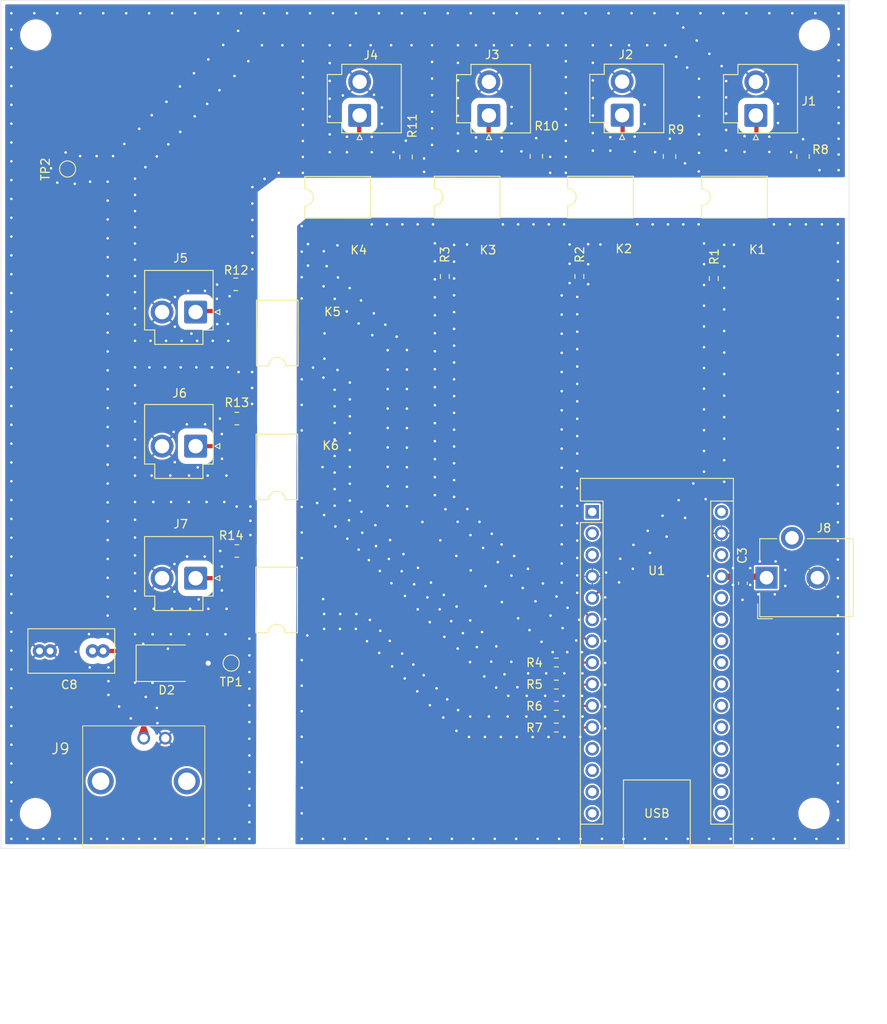
<source format=kicad_pcb>
(kicad_pcb (version 20241229) (generator "pcbnew") (generator_version "9.0")
  (title_block (title "EWOD Circuit Setup"))
  (layers (0 "F.Cu" signal) (2 "B.Cu" signal) (13 "F.Paste" user) (15 "B.Paste" user) (5 "F.SilkS" user "F.Silkscreen") (7 "B.SilkS" user "B.Silkscreen") (1 "F.Mask" user) (3 "B.Mask" user) (25 "Edge.Cuts" user))
  (net 0 "")
  (net 1 "GND")
  (net 2 "/+5V")
  (net 3 "AMP_GND")
  (net 4 "/AMP_OUT")
  (net 5 "/BUS0_HV")
  (net 6 "/BUS1_HV")
  (net 7 "/BUS2_HV")
  (net 8 "/BUS3_HV")
  (net 9 "/BUS4_HV")
  (net 10 "/BUS5_HV")
  (net 11 "/BUS6_HV")
  (net 13 "Net-(K1-A)")
  (net 14 "Net-(K2-A)")
  (net 16 "Net-(K3-A)")
  (net 19 "Net-(K4-A)")
  (net 21 "Net-(K5-A)")
  (net 23 "Net-(K6-A)")
  (net 24 "Net-(U1-D5)")
  (net 25 "Net-(U1-D6)")
  (net 26 "Net-(U1-D4)")
  (net 27 "Net-(U1-D3)")
  (net 28 "Net-(U1-D2)")
  (net 29 "Net-(U1-D8)")
  (net 30 "Net-(U1-D7)")
  (net 61 "Net-(K7-A)")
  (footprint "Resistor_SMD:R_0603_1608Metric" (layer "F.Cu") (at 186.37 74.425 90)
    (property "Reference" "R1")
    (property "Value" "1.2k" (hide yes))
  )
  (footprint "Resistor_SMD:R_0603_1608Metric" (layer "F.Cu") (at 167.805 122.3 180)
    (property "Reference" "R5")
    (property "Value" "1.2k" (hide yes))
  )
  (footprint "Connector_JST:JST_VH_B2P-VH-B_1x02_P3.96mm_Vertical" (layer "F.Cu") (at 125.27 109.76 180)
    (property "Reference" "J7")
    (property "Value" "B2P-VH" (hide yes))
  )
  (footprint "Package_DIP:SMDIP-6_W7.62mm" (layer "F.Cu") (at 173.02 64.82 90)
    (property "Reference" "K2")
    (property "Value" "AQV254A" (hide yes))
  )
  (footprint "Resistor_SMD:R_0603_1608Metric" (layer "F.Cu") (at 167.805 124.81 180)
    (property "Reference" "R6")
    (property "Value" "1.2k" (hide yes))
  )
  (footprint "Connector_JST:JST_VH_B2P-VH-B_1x02_P3.96mm_Vertical" (layer "F.Cu") (at 125.27 78.38 180)
    (property "Reference" "J5")
    (property "Value" "B2P-VH" (hide yes))
  )
  (footprint "Resistor_SMD:R_0603_1608Metric" (layer "F.Cu") (at 167.805 119.7 180)
    (property "Reference" "R4")
    (property "Value" "1.2k" (hide yes))
  )
  (footprint "Module:Arduino_Nano" (layer "F.Cu") (at 172.04 101.93)
    (property "Reference" "U1")
    (property "Value" "Arduino_Nano_Every" (hide yes))
  )
  (footprint "Package_DIP:SMDIP-6_W7.62mm" (layer "F.Cu") (at 157.28 64.82 90)
    (property "Reference" "K3")
    (property "Value" "AQV254A" (hide yes))
  )
  (footprint "Connector_JST:JST_VH_B2P-VH-B_1x02_P3.96mm_Vertical" (layer "F.Cu") (at 175.56 55.17 90)
    (property "Reference" "J2")
    (property "Value" "B2P-VH" (hide yes))
  )
  (footprint "Connector_BarrelJack:BarrelJack_CUI_PJ-102AH_Horizontal" (layer "F.Cu") (at 192.59 109.7 90)
    (property "Reference" "J8")
    (property "Value" "Barrel_Jack" (hide yes))
  )
  (footprint "Connector_JST:JST_VH_B2P-VH-B_1x02_P3.96mm_Vertical" (layer "F.Cu") (at 125.27 94.19 180)
    (property "Reference" "J6")
    (property "Value" "B2P-VH" (hide yes))
  )
  (footprint "Resistor_SMD:R_0603_1608Metric" (layer "F.Cu") (at 154.66 74.18 90)
    (property "Reference" "R3")
    (property "Value" "1.2k" (hide yes))
  )
  (footprint "SamacSys_Parts:0315637" (layer "F.Cu") (at 121.69 128.62 180)
    (property "Reference" "J9")
    (property "Value" "031-5637" (hide yes))
  )
  (footprint "Package_DIP:SMDIP-6_W7.62mm" (layer "F.Cu") (at 134.9 80.85 180)
    (property "Reference" "K5")
    (property "Value" "AQV254A" (hide yes))
  )
  (footprint "Resistor_SMD:R_0805_2012Metric" (layer "F.Cu") (at 130 75.11 180)
    (property "Reference" "R12")
    (property "Value" "1M" (hide yes))
  )
  (footprint "Resistor_SMD:R_0805_2012Metric" (layer "F.Cu") (at 150.08 60.09 90)
    (property "Reference" "R11")
    (property "Value" "1M" (hide yes))
  )
  (footprint "Resistor_SMD:R_0805_2012Metric" (layer "F.Cu") (at 196.89 60.04 90)
    (property "Reference" "R8")
    (property "Value" "1M" (hide yes))
  )
  (footprint "MountingHole:MountingHole_3.2mm_M3" (layer "F.Cu") (at 106.42 45.71)
    (property "Reference" "REF**" (hide yes))
    (property "Value" "MountingHole_3.2mm_M3" (hide yes))
  )
  (footprint "Resistor_SMD:R_0805_2012Metric" (layer "F.Cu") (at 165.45 60.0125 90)
    (property "Reference" "R10")
    (property "Value" "1M" (hide yes))
  )
  (footprint "TestPoint:TestPoint_Pad_D1.5mm" (layer "F.Cu") (at 129.46 119.77)
    (property "Reference" "TP1")
    (property "Value" "TestPoint" (hide yes))
  )
  (footprint "Connector_JST:JST_VH_B2P-VH-B_1x02_P3.96mm_Vertical" (layer "F.Cu") (at 144.61 55.19 90)
    (property "Reference" "J4")
    (property "Value" "B2P-VH" (hide yes))
  )
  (footprint "Connector_JST:JST_VH_B2P-VH-B_1x02_P3.96mm_Vertical" (layer "F.Cu") (at 191.33 55.2 90)
    (property "Reference" "J1")
    (property "Value" "B2P-VH" (hide yes))
  )
  (footprint "TestPoint:TestPoint_Pad_D1.5mm" (layer "F.Cu") (at 110.17 61.51)
    (property "Reference" "TP2")
    (property "Value" "TestPoint" (hide yes))
  )
  (footprint "Diode_SMD:D_SMB" (layer "F.Cu") (at 121.911 119.78)
    (property "Reference" "D2")
    (property "Value" "SMBJ200CA" (hide yes))
  )
  (footprint "MountingHole:MountingHole_3.2mm_M3" (layer "F.Cu") (at 198.19 137.49)
    (property "Reference" "REF**" (hide yes))
    (property "Value" "MountingHole_3.2mm_M3" (hide yes))
  )
  (footprint "Resistor_SMD:R_0603_1608Metric" (layer "F.Cu") (at 170.52 74.18 90)
    (property "Reference" "R2")
    (property "Value" "1.2k" (hide yes))
  )
  (footprint "Resistor_SMD:R_0603_1608Metric" (layer "F.Cu") (at 167.805 127.37 180)
    (property "Reference" "R7")
    (property "Value" "1.2k" (hide yes))
  )
  (footprint "Package_DIP:SMDIP-6_W7.62mm" (layer "F.Cu") (at 142.02 64.85 90)
    (property "Reference" "K4")
    (property "Value" "AQV254A" (hide yes))
  )
  (footprint "Capacitor_THT:C_Rect_L10.0mm_W5.0mm_P5.00mm_P7.50mm" (layer "F.Cu") (at 106.86 118.34)
    (property "Reference" "C8")
    (property "Value" "B32520E6104K000" (hide yes))
  )
  (footprint "Resistor_SMD:R_0805_2012Metric" (layer "F.Cu") (at 130.13 106.55 180)
    (property "Reference" "R14")
    (property "Value" "1M" (hide yes))
  )
  (footprint "Capacitor_SMD:C_0603_1608Metric" (layer "F.Cu") (at 189.81 110.35 -90)
    (property "Reference" "C3")
    (property "Value" "100n" (hide yes))
  )
  (footprint "Connector_JST:JST_VH_B2P-VH-B_1x02_P3.96mm_Vertical" (layer "F.Cu") (at 159.85 55.2 90)
    (property "Reference" "J3")
    (property "Value" "B2P-VH" (hide yes))
  )
  (footprint "Resistor_SMD:R_0805_2012Metric" (layer "F.Cu") (at 130.13 90.94 180)
    (property "Reference" "R13")
    (property "Value" "1M" (hide yes))
  )
  (footprint "Package_DIP:SMDIP-6_W7.62mm" (layer "F.Cu") (at 134.82 112.32 180)
    (property "Reference" "K7" (hide yes))
    (property "Value" "AQV254A" (hide yes))
  )
  (footprint "MountingHole:MountingHole_3.2mm_M3" (layer "F.Cu") (at 106.38 137.51)
    (property "Reference" "REF**" (hide yes))
    (property "Value" "MountingHole_3.2mm_M3" (hide yes))
  )
  (footprint "MountingHole:MountingHole_3.2mm_M3" (layer "F.Cu") (at 198.24 45.71)
    (property "Reference" "REF**" (hide yes))
    (property "Value" "MountingHole_3.2mm_M3" (hide yes))
  )
  (footprint "Package_DIP:SMDIP-6_W7.62mm" (layer "F.Cu") (at 134.85 96.64 180)
    (property "Reference" "K6")
    (property "Value" "AQV254A" (hide yes))
  )
  (footprint "Package_DIP:SMDIP-6_W7.62mm" (layer "F.Cu") (at 188.81 64.82 90)
    (property "Reference" "K1")
    (property "Value" "AQV254A" (hide yes))
  )
  (footprint "Resistor_SMD:R_0805_2012Metric" (layer "F.Cu") (at 181.15 60.03 90)
    (property "Reference" "R9")
    (property "Value" "1M" (hide yes))
  )
  (gr_rect (start 102.32 41.61) (end 202.32 141.61) (stroke (width 0.05)) (fill no) (layer "Edge.Cuts"))
  (segment (start 142.02 70.48) (end 141.99 70.51) (width 0.2) (layer "F.Cu") (net 1))
  (via (at 146.54 105.97) (size 0.6) (drill 0.3) (layers "F.Cu" "B.Cu") (net 1))
  (via (at 137.78 92.33) (size 0.6) (drill 0.3) (layers "F.Cu" "B.Cu") (net 1))
  (via (at 140.36 75.34) (size 0.6) (drill 0.3) (layers "F.Cu" "B.Cu") (net 1))
  (via (at 152.17 121.2) (size 0.6) (drill 0.3) (layers "F.Cu" "B.Cu") (net 1))
  (via (at 201.0012 111.949091) (size 0.6) (drill 0.3) (layers "F.Cu" "B.Cu") (net 1))
  (via (at 160.19 104.52) (size 0.6) (drill 0.3) (layers "F.Cu" "B.Cu") (net 1))
  (via (at 170.27 82.747059) (size 0.6) (drill 0.3) (layers "F.Cu" "B.Cu") (net 1))
  (via (at 185.22 80.075455) (size 0.6) (drill 0.3) (layers "F.Cu" "B.Cu") (net 1))
  (via (at 183.96 98.59) (size 0.6) (drill 0.3) (layers "F.Cu" "B.Cu") (net 1))
  (via (at 169.37 72.685) (size 0.6) (drill 0.3) (layers "F.Cu" "B.Cu") (net 1))
  (via (at 197.2306 68.04) (size 0.6) (drill 0.3) (layers "F.Cu" "B.Cu") (net 1))
  (via (at 180.770416 140.49) (size 0.6) (drill 0.3) (layers "F.Cu" "B.Cu") (net 1))
  (via (at 141.67 76.82) (size 0.6) (drill 0.3) (layers "F.Cu" "B.Cu") (net 1))
  (via (at 141.99 70.51) (size 0.6) (drill 0.3) (layers "F.Cu" "B.Cu") (net 1))
  (via (at 158.43 117.88) (size 0.6) (drill 0.3) (layers "F.Cu" "B.Cu") (net 1))
  (via (at 168.44 96.736) (size 0.6) (drill 0.3) (layers "F.Cu" "B.Cu") (net 1))
  (via (at 137.78 140.49) (size 0.6) (drill 0.3) (layers "F.Cu" "B.Cu") (net 1))
  (via (at 171.56 75.1) (size 0.6) (drill 0.3) (layers "F.Cu" "B.Cu") (net 1))
  (via (at 153.48 87.24) (size 0.6) (drill 0.3) (layers "F.Cu" "B.Cu") (net 1))
  (via (at 162.51 109.46) (size 0.6) (drill 0.3) (layers "F.Cu" "B.Cu") (net 1))
  (via (at 170.27 88.904118) (size 0.6) (drill 0.3) (layers "F.Cu" "B.Cu") (net 1))
  (via (at 156.22 125.31) (size 0.6) (drill 0.3) (layers "F.Cu" "B.Cu") (net 1))
  (via (at 149.93 121.58) (size 0.6) (drill 0.3) (layers "F.Cu" "B.Cu") (net 1))
  (via (at 187.6 78.07) (size 0.6) (drill 0.3) (layers "F.Cu" "B.Cu") (net 1))
  (via (at 180.81 104.86) (size 0.6) (drill 0.3) (layers "F.Cu" "B.Cu") (net 1))
  (via (at 137.78 71.26) (size 0.6) (drill 0.3) (layers "F.Cu" "B.Cu") (net 1))
  (via (at 141.66 87.54) (size 0.6) (drill 0.3) (layers "F.Cu" "B.Cu") (net 1))
  (via (at 147.895392 140.49) (size 0.6) (drill 0.3) (layers "F.Cu" "B.Cu") (net 1))
  (via (at 169.37 70.41) (size 0.6) (drill 0.3) (layers "F.Cu" "B.Cu") (net 1))
  (via (at 168.44 108.022667) (size 0.6) (drill 0.3) (layers "F.Cu" "B.Cu") (net 1))
  (via (at 201.0012 107.558182) (size 0.6) (drill 0.3) (layers "F.Cu" "B.Cu") (net 1))
  (via (at 189.76 112.31) (size 0.6) (drill 0.3) (layers "F.Cu" "B.Cu") (net 1))
  (via (at 144.92 104.4) (size 0.6) (drill 0.3) (layers "F.Cu" "B.Cu") (net 1))
  (via (at 150.42424 140.49) (size 0.6) (drill 0.3) (layers "F.Cu" "B.Cu") (net 1))
  (via (at 168.126176 140.49) (size 0.6) (drill 0.3) (layers "F.Cu" "B.Cu") (net 1))
  (via (at 185.22 97.2) (size 0.6) (drill 0.3) (layers "F.Cu" "B.Cu") (net 1))
  (via (at 193.66 107.78) (size 0.6) (drill 0.3) (layers "F.Cu" "B.Cu") (net 1))
  (via (at 137.78 68.25) (size 0.6) (drill 0.3) (layers "F.Cu" "B.Cu") (net 1))
  (via (at 187.6 80.61) (size 0.6) (drill 0.3) (layers "F.Cu" "B.Cu") (net 1))
  (via (at 201.0012 96.580909) (size 0.6) (drill 0.3) (layers "F.Cu" "B.Cu") (net 1))
  (via (at 149.78 106.92) (size 0.6) (drill 0.3) (layers "F.Cu" "B.Cu") (net 1))
  (via (at 155.75 90.266667) (size 0.6) (drill 0.3) (layers "F.Cu" "B.Cu") (net 1))
  (via (at 155.75 74.421333) (size 0.6) (drill 0.3) (layers "F.Cu" "B.Cu") (net 1))
  (via (at 175.34 107.47) (size 0.6) (drill 0.3) (layers "F.Cu" "B.Cu") (net 1))
  (via (at 182.775 68.04) (size 0.6) (drill 0.3) (layers "F.Cu" "B.Cu") (net 1))
  (via (at 156.78 116.24) (size 0.6) (drill 0.3) (layers "F.Cu" "B.Cu") (net 1))
  (via (at 191.8 107.78) (size 0.6) (drill 0.3) (layers "F.Cu" "B.Cu") (net 1))
  (via (at 155.75 86.305333) (size 0.6) (drill 0.3) (layers "F.Cu" "B.Cu") (net 1))
  (via (at 168.44 92.221333) (size 0.6) (drill 0.3) (layers "F.Cu" "B.Cu") (net 1))
  (via (at 169.13 113.25) (size 0.6) (drill 0.3) (layers "F.Cu" "B.Cu") (net 1))
  (via (at 185.22 92.307273) (size 0.6) (drill 0.3) (layers "F.Cu" "B.Cu") (net 1))
  (via (at 194.8 108.78) (size 0.6) (drill 0.3) (layers "F.Cu" "B.Cu") (net 1))
  (via (at 188.63 108.56) (size 0.6) (drill 0.3) (layers "F.Cu" "B.Cu") (net 1))
  (via (at 143.44 75.55) (size 0.6) (drill 0.3) (layers "F.Cu" "B.Cu") (net 1))
  (via (at 161.69 121.09) (size 0.6) (drill 0.3) (layers "F.Cu" "B.Cu") (net 1))
  (via (at 145.7 107.63) (size 0.6) (drill 0.3) (layers "F.Cu" "B.Cu") (net 1))
  (via (at 154.94 124.04) (size 0.6) (drill 0.3) (layers "F.Cu" "B.Cu") (net 1))
  (via (at 155.75 92.247333) (size 0.6) (drill 0.3) (layers "F.Cu" "B.Cu") (net 1))
  (via (at 185.22 72.736364) (size 0.6) (drill 0.3) (layers "F.Cu" "B.Cu") (net 1))
  (via (at 137.78 134.47) (size 0.6) (drill 0.3) (layers "F.Cu" "B.Cu") (net 1))
  (via (at 150.18 98.97625) (size 0.6) (drill 0.3) (layers "F.Cu" "B.Cu") (net 1))
  (via (at 150.18 82.85) (size 0.6) (drill 0.3) (layers "F.Cu" "B.Cu") (net 1))
  (via (at 145.366544 140.49) (size 0.6) (drill 0.3) (layers "F.Cu" "B.Cu") (net 1))
  (via (at 137.78 107.38) (size 0.6) (drill 0.3) (layers "F.Cu" "B.Cu") (net 1))
  (via (at 201.0012 140.49) (size 0.6) (drill 0.3) (layers "F.Cu" "B.Cu") (net 1))
  (via (at 178.241568 140.49) (size 0.6) (drill 0.3) (layers "F.Cu" "B.Cu") (net 1))
  (via (at 166.613333 120.98) (size 0.6) (drill 0.3) (layers "F.Cu" "B.Cu") (net 1))
  (via (at 141.66 97.304286) (size 0.6) (drill 0.3) (layers "F.Cu" "B.Cu") (net 1))
  (via (at 137.78 128.45) (size 0.6) (drill 0.3) (layers "F.Cu" "B.Cu") (net 1))
  (via (at 154.05 113.43) (size 0.6) (drill 0.3) (layers "F.Cu" "B.Cu") (net 1))
  (via (at 150.18 96.6725) (size 0.6) (drill 0.3) (layers "F.Cu" "B.Cu") (net 1))
  (via (at 170.27 109.427647) (size 0.6) (drill 0.3) (layers "F.Cu" "B.Cu") (net 1))
  (via (at 170.89 126.07) (size 0.6) (drill 0.3) (layers "F.Cu" "B.Cu") (net 1))
  (via (at 168.44 110.28) (size 0.6) (drill 0.3) (layers "F.Cu" "B.Cu") (net 1))
  (via (at 139.6 100.89) (size 0.6) (drill 0.3) (layers "F.Cu" "B.Cu") (net 1))
  (via (at 170.63 128.48) (size 0.6) (drill 0.3) (layers "F.Cu" "B.Cu") (net 1))
  (via (at 173.57 117.173333) (size 0.6) (drill 0.3) (layers "F.Cu" "B.Cu") (net 1))
  (via (at 173.183872 140.49) (size 0.6) (drill 0.3) (layers "F.Cu" "B.Cu") (net 1))
  (via (at 187.6 75.53) (size 0.6) (drill 0.3) (layers "F.Cu" "B.Cu") (net 1))
  (via (at 170.27 90.956471) (size 0.6) (drill 0.3) (layers "F.Cu" "B.Cu") (net 1))
  (via (at 201.0012 98.776364) (size 0.6) (drill 0.3) (layers "F.Cu" "B.Cu") (net 1))
  (via (at 170.27 105.322941) (size 0.6) (drill 0.3) (layers "F.Cu" "B.Cu") (net 1))
  (via (at 199.1159 68.04) (size 0.6) (drill 0.3) (layers "F.Cu" "B.Cu") (net 1))
  (via (at 144.49 79.72) (size 0.6) (drill 0.3) (layers "F.Cu" "B.Cu") (net 1))
  (via (at 139.11 84.93) (size 0.6) (drill 0.3) (layers "F.Cu" "B.Cu") (net 1))
  (via (at 188.35696 140.49) (size 0.6) (drill 0.3) (layers "F.Cu" "B.Cu") (net 1))
  (via (at 168.44 101.250667) (size 0.6) (drill 0.3) (layers "F.Cu" "B.Cu") (net 1))
  (via (at 144.77 77.01) (size 0.6) (drill 0.3) (layers "F.Cu" "B.Cu") (net 1))
  (via (at 166.915 68.04) (size 0.6) (drill 0.3) (layers "F.Cu" "B.Cu") (net 1))
  (via (at 140.46 83.88) (size 0.6) (drill 0.3) (layers "F.Cu" "B.Cu") (net 1))
  (via (at 140.38 71.21) (size 0.6) (drill 0.3) (layers "F.Cu" "B.Cu") (net 1))
  (via (at 201.0012 94.385455) (size 0.6) (drill 0.3) (layers "F.Cu" "B.Cu") (net 1))
  (via (at 158.010784 140.49) (size 0.6) (drill 0.3) (layers "F.Cu" "B.Cu") (net 1))
  (via (at 201.0012 118.535455) (size 0.6) (drill 0.3) (layers "F.Cu" "B.Cu") (net 1))
  (via (at 166.881429 128.48) (size 0.6) (drill 0.3) (layers "F.Cu" "B.Cu") (net 1))
  (via (at 153.02 110.27) (size 0.6) (drill 0.3) (layers "F.Cu" "B.Cu") (net 1))
  (via (at 180.97 68.04) (size 0.6) (drill 0.3) (layers "F.Cu" "B.Cu") (net 1))
  (via (at 142.05 74.3) (size 0.6) (drill 0.3) (layers "F.Cu" "B.Cu") (net 1))
  (via (at 161.258571 128.48) (size 0.6) (drill 0.3) (layers "F.Cu" "B.Cu") (net 1))
  (via (at 140.31 112.22) (size 0.6) (drill 0.3) (layers "F.Cu" "B.Cu") (net 1))
  (via (at 201.0012 138.294545) (size 0.6) (drill 0.3) (layers "F.Cu" "B.Cu") (net 1))
  (via (at 201.0012 122.926364) (size 0.6) (drill 0.3) (layers "F.Cu" "B.Cu") (net 1))
  (via (at 168.746667 120.98) (size 0.6) (drill 0.3) (layers "F.Cu" "B.Cu") (net 1))
  (via (at 144.16 115.74) (size 0.6) (drill 0.3) (layers "F.Cu" "B.Cu") (net 1))
  (via (at 201.0012 125.121818) (size 0.6) (drill 0.3) (layers "F.Cu" "B.Cu") (net 1))
  (via (at 150.94 119.94) (size 0.6) (drill 0.3) (layers "F.Cu" "B.Cu") (net 1))
  (via (at 155.75 80.363333) (size 0.6) (drill 0.3) (layers "F.Cu" "B.Cu") (net 1))
  (via (at 187.6 70.45) (size 0.6) (drill 0.3) (layers "F.Cu" "B.Cu") (net 1))
  (via (at 201.0012 70.235455) (size 0.6) (drill 0.3) (layers "F.Cu" "B.Cu") (net 1))
  (via (at 164.64 115.88) (size 0.6) (drill 0.3) (layers "F.Cu" "B.Cu") (net 1))
  (via (at 160.13 119.6) (size 0.6) (drill 0.3) (layers "F.Cu" "B.Cu") (net 1))
  (via (at 137.78 131.46) (size 0.6) (drill 0.3) (layers "F.Cu" "B.Cu") (net 1))
  (via (at 137.78 119.42) (size 0.6) (drill 0.3) (layers "F.Cu" "B.Cu") (net 1))
  (via (at 168.665 123.63) (size 0.6) (drill 0.3) (layers "F.Cu" "B.Cu") (net 1))
  (via (at 190.67 110.55) (size 0.6) (drill 0.3) (layers "F.Cu" "B.Cu") (net 1))
  (via (at 140.308848 140.49) (size 0.6) (drill 0.3) (layers "F.Cu" "B.Cu") (net 1))
  (via (at 143.45 98.621429) (size 0.6) (drill 0.3) (layers "F.Cu" "B.Cu") (net 1))
  (via (at 163.305 68.04) (size 0.6) (drill 0.3) (layers "F.Cu" "B.Cu") (net 1))
  (via (at 163.132857 128.48) (size 0.6) (drill 0.3) (layers "F.Cu" "B.Cu") (net 1))
  (via (at 157.65 114.74) (size 0.6) (drill 0.3) (layers "F.Cu" "B.Cu") (net 1))
  (via (at 170.27 95.061176) (size 0.6) (drill 0.3) (layers "F.Cu" "B.Cu") (net 1))
  (via (at 161.35 105.78) (size 0.6) (drill 0.3) (layers "F.Cu" "B.Cu") (net 1))
  (via (at 148.2 105.26) (size 0.6) (drill 0.3) (layers "F.Cu" "B.Cu") (net 1))
  (via (at 164.315 123.63) (size 0.6) (drill 0.3) (layers "F.Cu" "B.Cu") (net 1))
  (via (at 185.22 89.860909) (size 0.6) (drill 0.3) (layers "F.Cu" "B.Cu") (net 1))
  (via (at 170.49 114.66) (size 0.6) (drill 0.3) (layers "F.Cu" "B.Cu") (net 1))
  (via (at 168.44 98.993333) (size 0.6) (drill 0.3) (layers "F.Cu" "B.Cu") (net 1))
  (via (at 187.6 83.15) (size 0.6) (drill 0.3) (layers "F.Cu" "B.Cu") (net 1))
  (via (at 143.45 86.69) (size 0.6) (drill 0.3) (layers "F.Cu" "B.Cu") (net 1))
  (via (at 183.299264 140.49) (size 0.6) (drill 0.3) (layers "F.Cu" "B.Cu") (net 1))
  (via (at 138.44 116.51) (size 0.6) (drill 0.3) (layers "F.Cu" "B.Cu") (net 1))
  (via (at 180.33 102.39) (size 0.6) (drill 0.3) (layers "F.Cu" "B.Cu") (net 1))
  (via (at 140.23 96.66) (size 0.6) (drill 0.3) (layers "F.Cu" "B.Cu") (net 1))
  (via (at 137.78 89.32) (size 0.6) (drill 0.3) (layers "F.Cu" "B.Cu") (net 1))
  (via (at 201.0012 129.512727) (size 0.6) (drill 0.3) (layers "F.Cu" "B.Cu") (net 1))
  (via (at 165.007143 128.48) (size 0.6) (drill 0.3) (layers "F.Cu" "B.Cu") (net 1))
  (via (at 143.45 90.667143) (size 0.6) (drill 0.3) (layers "F.Cu" "B.Cu") (net 1))
  (via (at 162.83 107.14) (size 0.6) (drill 0.3) (layers "F.Cu" "B.Cu") (net 1))
  (via (at 157.31 101.61) (size 0.6) (drill 0.3) (layers "F.Cu" "B.Cu") (net 1))
  (via (at 159.45 110.7) (size 0.6) (drill 0.3) (layers "F.Cu" "B.Cu") (net 1))
  (via (at 182.23 100.56) (size 0.6) (drill 0.3) (layers "F.Cu" "B.Cu") (net 1))
  (via (at 159.856667 126.07) (size 0.6) (drill 0.3) (layers "F.Cu" "B.Cu") (net 1))
  (via (at 140.72 72.97) (size 0.6) (drill 0.3) (layers "F.Cu" "B.Cu") (net 1))
  (via (at 140.34 86.11) (size 0.6) (drill 0.3) (layers "F.Cu" "B.Cu") (net 1))
  (via (at 201.0012 72.430909) (size 0.6) (drill 0.3) (layers "F.Cu" "B.Cu") (net 1))
  (via (at 159.17 106.19) (size 0.6) (drill 0.3) (layers "F.Cu" "B.Cu") (net 1))
  (via (at 148.98 81.28) (size 0.6) (drill 0.3) (layers "F.Cu" "B.Cu") (net 1))
  (via (at 143.45 100.61) (size 0.6) (drill 0.3) (layers "F.Cu" "B.Cu") (net 1))
  (via (at 146.04 68.04) (size 0.6) (drill 0.3) (layers "F.Cu" "B.Cu") (net 1))
  (via (at 182.99 102.65) (size 0.6) (drill 0.3) (layers "F.Cu" "B.Cu") (net 1))
  (via (at 168.54 115.64) (size 0.6) (drill 0.3) (layers "F.Cu" "B.Cu") (net 1))
  (via (at 201.0012 74.626364) (size 0.6) (drill 0.3) (layers "F.Cu" "B.Cu") (net 1))
  (via (at 141.66 101.21) (size 0.6) (drill 0.3) (layers "F.Cu" "B.Cu") (net 1))
  (via (at 201.0012 83.408182) (size 0.6) (drill 0.3) (layers "F.Cu" "B.Cu") (net 1))
  (via (at 175.71272 140.49) (size 0.6) (drill 0.3) (layers "F.Cu" "B.Cu") (net 1))
  (via (at 185.68 109.5) (size 0.6) (drill 0.3) (layers "F.Cu" "B.Cu") (net 1))
  (via (at 160.73 117.79) (size 0.6) (drill 0.3) (layers "F.Cu" "B.Cu") (net 1))
  (via (at 152.88 114.94) (size 0.6) (drill 0.3) (layers "F.Cu" "B.Cu") (net 1))
  (via (at 201.0012 76.821818) (size 0.6) (drill 0.3) (layers "F.Cu" "B.Cu") (net 1))
  (via (at 201.0012 114.144545) (size 0.6) (drill 0.3) (layers "F.Cu" "B.Cu") (net 1))
  (via (at 146.28 78.53) (size 0.6) (drill 0.3) (layers "F.Cu" "B.Cu") (net 1))
  (via (at 149.57 108.94) (size 0.6) (drill 0.3) (layers "F.Cu" "B.Cu") (net 1))
  (via (at 142.29 115.74) (size 0.6) (drill 0.3) (layers "F.Cu" "B.Cu") (net 1))
  (via (at 138.52 72.9) (size 0.6) (drill 0.3) (layers "F.Cu" "B.Cu") (net 1))
  (via (at 142 85.21) (size 0.6) (drill 0.3) (layers "F.Cu" "B.Cu") (net 1))
  (via (at 157.51 128.48) (size 0.6) (drill 0.3) (layers "F.Cu" "B.Cu") (net 1))
  (via (at 177.36 68.04) (size 0.6) (drill 0.3) (layers "F.Cu" "B.Cu") (net 1))
  (via (at 147.92 96.6325) (size 0.6) (drill 0.3) (layers "F.Cu" "B.Cu") (net 1))
  (via (at 140.475 80.895) (size 0.6) (drill 0.3) (layers "F.Cu" "B.Cu") (net 1))
  (via (at 153.48 99.96) (size 0.6) (drill 0.3) (layers "F.Cu" "B.Cu") (net 1))
  (via (at 146.1 81.11) (size 0.6) (drill 0.3) (layers "F.Cu" "B.Cu") (net 1))
  (via (at 201.0012 92.19) (size 0.6) (drill 0.3) (layers "F.Cu" "B.Cu") (net 1))
  (via (at 154.53 111.73) (size 0.6) (drill 0.3) (layers "F.Cu" "B.Cu") (net 1))
  (via (at 155.75 100.17) (size 0.6) (drill 0.3) (layers "F.Cu" "B.Cu") (net 1))
  (via (at 154.6 116.67) (size 0.6) (drill 0.3) (layers "F.Cu" "B.Cu") (net 1))
  (via (at 167.12 114.17) (size 0.6) (drill 0.3) (layers "F.Cu" "B.Cu") (net 1))
  (via (at 170.27 84.799412) (size 0.6) (drill 0.3) (layers "F.Cu" "B.Cu") (net 1))
  (via (at 153.48 89.36) (size 0.6) (drill 0.3) (layers "F.Cu" "B.Cu") (net 1))
  (via (at 153.68 122.74) (size 0.6) (drill 0.3) (layers "F.Cu" "B.Cu") (net 1))
  (via (at 185.22 75.182727) (size 0.6) (drill 0.3) (layers "F.Cu" "B.Cu") (net 1))
  (via (at 162.063333 126.07) (size 0.6) (drill 0.3) (layers "F.Cu" "B.Cu") (net 1))
  (via (at 201.0012 120.730909) (size 0.6) (drill 0.3) (layers "F.Cu" "B.Cu") (net 1))
  (via (at 173.57 127.48) (size 0.6) (drill 0.3) (layers "F.Cu" "B.Cu") (net 1))
  (via (at 156.04 113.1) (size 0.6) (drill 0.3) (layers "F.Cu" "B.Cu") (net 1))
  (via (at 148.05 107.49) (size 0.6) (drill 0.3) (layers "F.Cu" "B.Cu") (net 1))
  (via (at 170.27 99.165882) (size 0.6) (drill 0.3) (layers "F.Cu" "B.Cu") (net 1))
  (via (at 150.18 85.15375) (size 0.6) (drill 0.3) (layers "F.Cu" "B.Cu") (net 1))
  (via (at 141.66 95.351429) (size 0.6) (drill 0.3) (layers "F.Cu" "B.Cu") (net 1))
  (via (at 148.44 120.16) (size 0.6) (drill 0.3) (layers "F.Cu" "B.Cu") (net 1))
  (via (at 171.56 70.38) (size 0.6) (drill 0.3) (layers "F.Cu" "B.Cu") (net 1))
  (via (at 185.22 82.521818) (size 0.6) (drill 0.3) (layers "F.Cu" "B.Cu") (net 1))
  (via (at 176.83 108.65) (size 0.6) (drill 0.3) (layers "F.Cu" "B.Cu") (net 1))
  (via (at 152.6 112.02) (size 0.6) (drill 0.3) (layers "F.Cu" "B.Cu") (net 1))
  (via (at 147.92 101.22) (size 0.6) (drill 0.3) (layers "F.Cu" "B.Cu") (net 1))
  (via (at 168.683333 126.07) (size 0.6) (drill 0.3) (layers "F.Cu" "B.Cu") (net 1))
  (via (at 144.49 106.39) (size 0.6) (drill 0.3) (layers "F.Cu" "B.Cu") (net 1))
  (via (at 141.66 91.445714) (size 0.6) (drill 0.3) (layers "F.Cu" "B.Cu") (net 1))
  (via (at 148.36 110.35) (size 0.6) (drill 0.3) (layers "F.Cu" "B.Cu") (net 1))
  (via (at 193.46 68.04) (size 0.6) (drill 0.3) (layers "F.Cu" "B.Cu") (net 1))
  (via (at 156.17 103.11) (size 0.6) (drill 0.3) (layers "F.Cu" "B.Cu") (net 1))
  (via (at 147.92 94.33875) (size 0.6) (drill 0.3) (layers "F.Cu" "B.Cu") (net 1))
  (via (at 170.27 107.375294) (size 0.6) (drill 0.3) (layers "F.Cu" "B.Cu") (net 1))
  (via (at 137.78 137.48) (size 0.6) (drill 0.3) (layers "F.Cu" "B.Cu") (net 1))
  (via (at 155.75 98.189333) (size 0.6) (drill 0.3) (layers "F.Cu" "B.Cu") (net 1))
  (via (at 169.37 74.96) (size 0.6) (drill 0.3) (layers "F.Cu" "B.Cu") (net 1))
  (via (at 147.92 98.92625) (size 0.6) (drill 0.3) (layers "F.Cu" "B.Cu") (net 1))
  (via (at 153.48 85.12) (size 0.6) (drill 0.3) (layers "F.Cu" "B.Cu") (net 1))
  (via (at 155.75 88.286) (size 0.6) (drill 0.3) (layers "F.Cu" "B.Cu") (net 1))
  (via (at 201.0012 79.017273) (size 0.6) (drill 0.3) (layers "F.Cu" "B.Cu") (net 1))
  (via (at 147.845 68.04) (size 0.6) (drill 0.3) (layers "F.Cu" "B.Cu") (net 1))
  (via (at 161.5 68.04) (size 0.6) (drill 0.3) (layers "F.Cu" "B.Cu") (net 1))
  (via (at 175.2 110.25) (size 0.6) (drill 0.3) (layers "F.Cu" "B.Cu") (net 1))
  (via (at 151.49 108.54) (size 0.6) (drill 0.3) (layers "F.Cu" "B.Cu") (net 1))
  (via (at 193.414656 140.49) (size 0.6) (drill 0.3) (layers "F.Cu" "B.Cu") (net 1))
  (via (at 185.41 100.44) (size 0.6) (drill 0.3) (layers "F.Cu" "B.Cu") (net 1))
  (via (at 150.18 87.4575) (size 0.6) (drill 0.3) (layers "F.Cu" "B.Cu") (net 1))
  (via (at 157.68 104.68) (size 0.6) (drill 0.3) (layers "F.Cu" "B.Cu") (net 1))
  (via (at 201.0012 116.34) (size 0.6) (drill 0.3) (layers "F.Cu" "B.Cu") (net 1))
  (via (at 151.46 113.43) (size 0.6) (drill 0.3) (layers "F.Cu" "B.Cu") (net 1))
  (via (at 155.75 70.46) (size 0.6) (drill 0.3) (layers "F.Cu" "B.Cu") (net 1))
  (via (at 168.44 83.192) (size 0.6) (drill 0.3) (layers "F.Cu" "B.Cu") (net 1))
  (via (at 168.44 76.42) (size 0.6) (drill 0.3) (layers "F.Cu" "B.Cu") (net 1))
  (via (at 146.99 108.9) (size 0.6) (drill 0.3) (layers "F.Cu" "B.Cu") (net 1))
  (via (at 178.84 106.78) (size 0.6) (drill 0.3) (layers "F.Cu" "B.Cu") (net 1))
  (via (at 145.48 117.19) (size 0.6) (drill 0.3) (layers "F.Cu" "B.Cu") (net 1))
  (via (at 155.75 76.402) (size 0.6) (drill 0.3) (layers "F.Cu" "B.Cu") (net 1))
  (via (at 147.92 92.045) (size 0.6) (drill 0.3) (layers "F.Cu" "B.Cu") (net 1))
  (via (at 155.41 114.82) (size 0.6) (drill 0.3) (layers "F.Cu" "B.Cu") (net 1))
  (via (at 193.57 111.66) (size 0.6) (drill 0.3) (layers "F.Cu" "B.Cu") (net 1))
  (via (at 153.48 72.4) (size 0.6) (drill 0.3) (layers "F.Cu" "B.Cu") (net 1))
  (via (at 188.63 110.55) (size 0.6) (drill 0.3) (layers "F.Cu" "B.Cu") (net 1))
  (via (at 159.384286 128.48) (size 0.6) (drill 0.3) (layers "F.Cu" "B.Cu") (net 1))
  (via (at 170.27 80.694706) (size 0.6) (drill 0.3) (layers "F.Cu" "B.Cu") (net 1))
  (via (at 170.27 76.59) (size 0.6) (drill 0.3) (layers "F.Cu" "B.Cu") (net 1))
  (via (at 143.09 78.31) (size 0.6) (drill 0.3) (layers "F.Cu" "B.Cu") (net 1))
  (via (at 155.75 96.208667) (size 0.6) (drill 0.3) (layers "F.Cu" "B.Cu") (net 1))
  (via (at 168.44 80.934667) (size 0.6) (drill 0.3) (layers "F.Cu" "B.Cu") (net 1))
  (via (at 150.18 101.28) (size 0.6) (drill 0.3) (layers "F.Cu" "B.Cu") (net 1))
  (via (at 201.0012 85.603636) (size 0.6) (drill 0.3) (layers "F.Cu" "B.Cu") (net 1))
  (via (at 146.92 118.57) (size 0.6) (drill 0.3) (layers "F.Cu" "B.Cu") (net 1))
  (via (at 152.89 124.74) (size 0.6) (drill 0.3) (layers "F.Cu" "B.Cu") (net 1))
  (via (at 153.48 78.76) (size 0.6) (drill 0.3) (layers "F.Cu" "B.Cu") (net 1))
  (via (at 185.22 87.414545) (size 0.6) (drill 0.3) (layers "F.Cu" "B.Cu") (net 1))
  (via (at 154.47 126.19) (size 0.6) (drill 0.3) (layers "F.Cu" "B.Cu") (net 1))
  (via (at 201.0012 127.317273) (size 0.6) (drill 0.3) (layers "F.Cu" "B.Cu") (net 1))
  (via (at 143.16 105.1) (size 0.6) (drill 0.3) (layers "F.Cu" "B.Cu") (net 1))
  (via (at 173.57 119.75) (size 0.6) (drill 0.3) (layers "F.Cu" "B.Cu") (net 1))
  (via (at 158.74 103.12) (size 0.6) (drill 0.3) (layers "F.Cu" "B.Cu") (net 1))
  (via (at 170.84 123.63) (size 0.6) (drill 0.3) (layers "F.Cu" "B.Cu") (net 1))
  (via (at 201.0012 109.753636) (size 0.6) (drill 0.3) (layers "F.Cu" "B.Cu") (net 1))
  (via (at 147.92 85.16375) (size 0.6) (drill 0.3) (layers "F.Cu" "B.Cu") (net 1))
  (via (at 170.27 101.218235) (size 0.6) (drill 0.3) (layers "F.Cu" "B.Cu") (net 1))
  (via (at 157.65 126.07) (size 0.6) (drill 0.3) (layers "F.Cu" "B.Cu") (net 1))
  (via (at 147.92 82.87) (size 0.6) (drill 0.3) (layers "F.Cu" "B.Cu") (net 1))
  (via (at 170.15 117.1) (size 0.6) (drill 0.3) (layers "F.Cu" "B.Cu") (net 1))
  (via (at 166.476667 126.07) (size 0.6) (drill 0.3) (layers "F.Cu" "B.Cu") (net 1))
  (via (at 187.6 72.99) (size 0.6) (drill 0.3) (layers "F.Cu" "B.Cu") (net 1))
  (via (at 168.755714 128.48) (size 0.6) (drill 0.3) (layers "F.Cu" "B.Cu") (net 1))
  (via (at 194.8 110.67) (size 0.6) (drill 0.3) (layers "F.Cu" "B.Cu") (net 1))
  (via (at 142.32 113.98) (size 0.6) (drill 0.3) (layers "F.Cu" "B.Cu") (net 1))
  (via (at 201.0012 81.212727) (size 0.6) (drill 0.3) (layers "F.Cu" "B.Cu") (net 1))
  (via (at 201.0012 105.362727) (size 0.6) (drill 0.3) (layers "F.Cu" "B.Cu") (net 1))
  (via (at 149.95 111.85) (size 0.6) (drill 0.3) (layers "F.Cu" "B.Cu") (net 1))
  (via (at 198.472352 140.49) (size 0.6) (drill 0.3) (layers "F.Cu" "B.Cu") (net 1))
  (via (at 148.16 117.15) (size 0.6) (drill 0.3) (layers "F.Cu" "B.Cu") (net 1))
  (via (at 187.6 90.77) (size 0.6) (drill 0.3) (layers "F.Cu" "B.Cu") (net 1))
  (via (at 154.73 101.63) (size 0.6) (drill 0.3) (layers "F.Cu" "B.Cu") (net 1))
  (via (at 167.82 111.92) (size 0.6) (drill 0.3) (layers "F.Cu" "B.Cu") (net 1))
  (via (at 155.75 84.324667) (size 0.6) (drill 0.3) (layers "F.Cu" "B.Cu") (net 1))
  (via (at 155.75 78.382667) (size 0.6) (drill 0.3) (layers "F.Cu" "B.Cu") (net 1))
  (via (at 168.44 87.706667) (size 0.6) (drill 0.3) (layers "F.Cu" "B.Cu") (net 1))
  (via (at 173.57 122.326667) (size 0.6) (drill 0.3) (layers "F.Cu" "B.Cu") (net 1))
  (via (at 137.78 101.36) (size 0.6) (drill 0.3) (layers "F.Cu" "B.Cu") (net 1))
  (via (at 201.0012 136.099091) (size 0.6) (drill 0.3) (layers "F.Cu" "B.Cu") (net 1))
  (via (at 137.78 76.77) (size 0.6) (drill 0.3) (layers "F.Cu" "B.Cu") (net 1))
  (via (at 149.65 68.04) (size 0.6) (drill 0.3) (layers "F.Cu" "B.Cu") (net 1))
  (via (at 145.82 114.68) (size 0.6) (drill 0.3) (layers "F.Cu" "B.Cu") (net 1))
  (via (at 168.44 85.449333) (size 0.6) (drill 0.3) (layers "F.Cu" "B.Cu") (net 1))
  (via (at 156.01 107.13) (size 0.6) (drill 0.3) (layers "F.Cu" "B.Cu") (net 1))
  (via (at 170.27 93.008824) (size 0.6) (drill 0.3) (layers "F.Cu" "B.Cu") (net 1))
  (via (at 138.52 70.37) (size 0.6) (drill 0.3) (layers "F.Cu" "B.Cu") (net 1))
  (via (at 155.481936 140.49) (size 0.6) (drill 0.3) (layers "F.Cu" "B.Cu") (net 1))
  (via (at 137.78 74.27) (size 0.6) (drill 0.3) (layers "F.Cu" "B.Cu") (net 1))
  (via (at 143.45 96.632857) (size 0.6) (drill 0.3) (layers "F.Cu" "B.Cu") (net 1))
  (via (at 190.885808 140.49) (size 0.6) (drill 0.3) (layers "F.Cu" "B.Cu") (net 1))
  (via (at 159.31 121.34) (size 0.6) (drill 0.3) (layers "F.Cu" "B.Cu") (net 1))
  (via (at 151.04 110.48) (size 0.6) (drill 0.3) (layers "F.Cu" "B.Cu") (net 1))
  (via (at 170.655024 140.49) (size 0.6) (drill 0.3) (layers "F.Cu" "B.Cu") (net 1))
  (via (at 141.66 99.257143) (size 0.6) (drill 0.3) (layers "F.Cu" "B.Cu") (net 1))
  (via (at 161.38 112.57) (size 0.6) (drill 0.3) (layers "F.Cu" "B.Cu") (net 1))
  (via (at 160.539632 140.49) (size 0.6) (drill 0.3) (layers "F.Cu" "B.Cu") (net 1))
  (via (at 141.66 89.492857) (size 0.6) (drill 0.3) (layers "F.Cu" "B.Cu") (net 1))
  (via (at 157.28 70.415) (size 0.6) (drill 0.3) (layers "F.Cu" "B.Cu") (net 1))
  (via (at 165.597328 140.49) (size 0.6) (drill 0.3) (layers "F.Cu" "B.Cu") (net 1))
  (via (at 153.48 83) (size 0.6) (drill 0.3) (layers "F.Cu" "B.Cu") (net 1))
  (via (at 160.71 122.66) (size 0.6) (drill 0.3) (layers "F.Cu" "B.Cu") (net 1))
  (via (at 144.82 101.93) (size 0.6) (drill 0.3) (layers "F.Cu" "B.Cu") (net 1))
  (via (at 185.828112 140.49) (size 0.6) (drill 0.3) (layers "F.Cu" "B.Cu") (net 1))
  (via (at 168.44 103.508) (size 0.6) (drill 0.3) (layers "F.Cu" "B.Cu") (net 1))
  (via (at 173.57 124.903333) (size 0.6) (drill 0.3) (layers "F.Cu" "B.Cu") (net 1))
  (via (at 168.72 68.04) (size 0.6) (drill 0.3) (layers "F.Cu" "B.Cu") (net 1))
  (via (at 170.27 86.851765) (size 0.6) (drill 0.3) (layers "F.Cu" "B.Cu") (net 1))
  (via (at 170.27 111.48) (size 0.6) (drill 0.3) (layers "F.Cu" "B.Cu") (net 1))
  (via (at 185.22 94.753636) (size 0.6) (drill 0.3) (layers "F.Cu" "B.Cu") (net 1))
  (via (at 155.75 94.228) (size 0.6) (drill 0.3) (layers "F.Cu" "B.Cu") (net 1))
  (via (at 168.44 89.964) (size 0.6) (drill 0.3) (layers "F.Cu" "B.Cu") (net 1))
  (via (at 195.943504 140.49) (size 0.6) (drill 0.3) (layers "F.Cu" "B.Cu") (net 1))
  (via (at 141.66 93.398571) (size 0.6) (drill 0.3) (layers "F.Cu" "B.Cu") (net 1))
  (via (at 168.44 78.677333) (size 0.6) (drill 0.3) (layers "F.Cu" "B.Cu") (net 1))
  (via (at 178.58 104.17) (size 0.6) (drill 0.3) (layers "F.Cu" "B.Cu") (net 1))
  (via (at 137.78 122.43) (size 0.6) (drill 0.3) (layers "F.Cu" "B.Cu") (net 1))
  (via (at 187.6 98.39) (size 0.6) (drill 0.3) (layers "F.Cu" "B.Cu") (net 1))
  (via (at 201.0012 68.04) (size 0.6) (drill 0.3) (layers "F.Cu" "B.Cu") (net 1))
  (via (at 170.27 78.642353) (size 0.6) (drill 0.3) (layers "F.Cu" "B.Cu") (net 1))
  (via (at 153.48 70.28) (size 0.6) (drill 0.3) (layers "F.Cu" "B.Cu") (net 1))
  (via (at 201.0012 131.708182) (size 0.6) (drill 0.3) (layers "F.Cu" "B.Cu") (net 1))
  (via (at 201.0012 100.971818) (size 0.6) (drill 0.3) (layers "F.Cu" "B.Cu") (net 1))
  (via (at 164.27 126.07) (size 0.6) (drill 0.3) (layers "F.Cu" "B.Cu") (net 1))
  (via (at 201.0012 89.994545) (size 0.6) (drill 0.3) (layers "F.Cu" "B.Cu") (net 1))
  (via (at 173.57 114.596667) (size 0.6) (drill 0.3) (layers "F.Cu" "B.Cu") (net 1))
  (via (at 147.92 89.75125) (size 0.6) (drill 0.3) (layers "F.Cu" "B.Cu") (net 1))
  (via (at 167.37 118.48) (size 0.6) (drill 0.3) (layers "F.Cu" "B.Cu") (net 1))
  (via (at 164.46 108.65) (size 0.6) (drill 0.3) (layers "F.Cu" "B.Cu") (net 1))
  (via (at 163.21 122.61) (size 0.6) (drill 0.3) (layers "F.Cu" "B.Cu") (net 1))
  (via (at 155.75 72.440667) (size 0.6) (drill 0.3) (layers "F.Cu" "B.Cu") (net 1))
  (via (at 140.42 113.98) (size 0.6) (drill 0.3) (layers "F.Cu" "B.Cu") (net 1))
  (via (at 163.84 110.91) (size 0.6) (drill 0.3) (layers "F.Cu" "B.Cu") (net 1))
  (via (at 173.57 112.02) (size 0.6) (drill 0.3) (layers "F.Cu" "B.Cu") (net 1))
  (via (at 156.02 127.75) (size 0.6) (drill 0.3) (layers "F.Cu" "B.Cu") (net 1))
  (via (at 143.45 94.644286) (size 0.6) (drill 0.3) (layers "F.Cu" "B.Cu") (net 1))
  (via (at 152.01 103.13) (size 0.6) (drill 0.3) (layers "F.Cu" "B.Cu") (net 1))
  (via (at 140.42 102.31) (size 0.6) (drill 0.3) (layers "F.Cu" "B.Cu") (net 1))
  (via (at 166.06 117.26) (size 0.6) (drill 0.3) (layers "F.Cu" "B.Cu") (net 1))
  (via (at 151.41 123.1) (size 0.6) (drill 0.3) (layers "F.Cu" "B.Cu") (net 1))
  (via (at 153.48 76.64) (size 0.6) (drill 0.3) (layers "F.Cu" "B.Cu") (net 1))
  (via (at 141.75 103.66) (size 0.6) (drill 0.3) (layers "F.Cu" "B.Cu") (net 1))
  (via (at 201.0012 87.799091) (size 0.6) (drill 0.3) (layers "F.Cu" "B.Cu") (net 1))
  (via (at 171.56 72.74) (size 0.6) (drill 0.3) (layers "F.Cu" "B.Cu") (net 1))
  (via (at 169.095 118.48) (size 0.6) (drill 0.3) (layers "F.Cu" "B.Cu") (net 1))
  (via (at 143.36 102.93) (size 0.6) (drill 0.3) (layers "F.Cu" "B.Cu") (net 1))
  (via (at 150.18 94.36875) (size 0.6) (drill 0.3) (layers "F.Cu" "B.Cu") (net 1))
  (via (at 143.45 92.655714) (size 0.6) (drill 0.3) (layers "F.Cu" "B.Cu") (net 1))
  (via (at 144.22 113.98) (size 0.6) (drill 0.3) (layers "F.Cu" "B.Cu") (net 1))
  (via (at 143.45 88.678571) (size 0.6) (drill 0.3) (layers "F.Cu" "B.Cu") (net 1))
  (via (at 153.48 74.52) (size 0.6) (drill 0.3) (layers "F.Cu" "B.Cu") (net 1))
  (via (at 185.22 84.968182) (size 0.6) (drill 0.3) (layers "F.Cu" "B.Cu") (net 1))
  (via (at 162.5 119.62) (size 0.6) (drill 0.3) (layers "F.Cu" "B.Cu") (net 1))
  (via (at 151.455 68.04) (size 0.6) (drill 0.3) (layers "F.Cu" "B.Cu") (net 1))
  (via (at 154.12 105.29) (size 0.6) (drill 0.3) (layers "F.Cu" "B.Cu") (net 1))
  (via (at 140.42 115.74) (size 0.6) (drill 0.3) (layers "F.Cu" "B.Cu") (net 1))
  (via (at 156.17 118.05) (size 0.6) (drill 0.3) (layers "F.Cu" "B.Cu") (net 1))
  (via (at 170.88 120.98) (size 0.6) (drill 0.3) (layers "F.Cu" "B.Cu") (net 1))
  (via (at 170.27 97.113529) (size 0.6) (drill 0.3) (layers "F.Cu" "B.Cu") (net 1))
  (via (at 162.14 123.63) (size 0.6) (drill 0.3) (layers "F.Cu" "B.Cu") (net 1))
  (via (at 170.82 118.48) (size 0.6) (drill 0.3) (layers "F.Cu" "B.Cu") (net 1))
  (via (at 147.04 115.96) (size 0.6) (drill 0.3) (layers "F.Cu" "B.Cu") (net 1))
  (via (at 137.78 86.31) (size 0.6) (drill 0.3) (layers "F.Cu" "B.Cu") (net 1))
  (via (at 153.48 93.6) (size 0.6) (drill 0.3) (layers "F.Cu" "B.Cu") (net 1))
  (via (at 155.75 82.344) (size 0.6) (drill 0.3) (layers "F.Cu" "B.Cu") (net 1))
  (via (at 146.47 103.51) (size 0.6) (drill 0.3) (layers "F.Cu" "B.Cu") (net 1))
  (via (at 163.06848 140.49) (size 0.6) (drill 0.3) (layers "F.Cu" "B.Cu") (net 1))
  (via (at 166.49 123.63) (size 0.6) (drill 0.3) (layers "F.Cu" "B.Cu") (net 1))
  (via (at 187.6 93.31) (size 0.6) (drill 0.3) (layers "F.Cu" "B.Cu") (net 1))
  (via (at 195.3453 68.04) (size 0.6) (drill 0.3) (layers "F.Cu" "B.Cu") (net 1))
  (via (at 152.953088 140.49) (size 0.6) (drill 0.3) (layers "F.Cu" "B.Cu") (net 1))
  (via (at 166.22 110.38) (size 0.6) (drill 0.3) (layers "F.Cu" "B.Cu") (net 1))
  (via (at 142.837696 140.49) (size 0.6) (drill 0.3) (layers "F.Cu" "B.Cu") (net 1))
  (via (at 191.62 111.66) (size 0.6) (drill 0.3) (layers "F.Cu" "B.Cu") (net 1))
  (via (at 185.22 77.629091) (size 0.6) (drill 0.3) (layers "F.Cu" "B.Cu") (net 1))
  (via (at 188.745 70.435) (size 0.6) (drill 0.3) (layers "F.Cu" "B.Cu") (net 1))
  (via (at 150.18 92.065) (size 0.6) (drill 0.3) (layers "F.Cu" "B.Cu") (net 1))
  (via (at 159.04 116.11) (size 0.6) (drill 0.3) (layers "F.Cu" "B.Cu") (net 1))
  (via (at 170.27 103.270588) (size 0.6) (drill 0.3) (layers "F.Cu" "B.Cu") (net 1))
  (via (at 153.48 91.48) (size 0.6) (drill 0.3) (layers "F.Cu" "B.Cu") (net 1))
  (via (at 201.0012 133.903636) (size 0.6) (drill 0.3) (layers "F.Cu" "B.Cu") (net 1))
  (via (at 173 70.41) (size 0.6) (drill 0.3) (layers "F.Cu" "B.Cu") (net 1))
  (via (at 184.58 68.04) (size 0.6) (drill 0.3) (layers "F.Cu" "B.Cu") (net 1))
  (via (at 165.11 68.04) (size 0.6) (drill 0.3) (layers "F.Cu" "B.Cu") (net 1))
  (via (at 168.44 105.765333) (size 0.6) (drill 0.3) (layers "F.Cu" "B.Cu") (net 1))
  (via (at 153.26 68.04) (size 0.6) (drill 0.3) (layers "F.Cu" "B.Cu") (net 1))
  (via (at 150.18 89.76125) (size 0.6) (drill 0.3) (layers "F.Cu" "B.Cu") (net 1))
  (via (at 164.48 120.98) (size 0.6) (drill 0.3) (layers "F.Cu" "B.Cu") (net 1))
  (via (at 190.67 108.57) (size 0.6) (drill 0.3) (layers "F.Cu" "B.Cu") (net 1))
  (via (at 137.78 125.44) (size 0.6) (drill 0.3) (layers "F.Cu" "B.Cu") (net 1))
  (via (at 160.9 107.86) (size 0.6) (drill 0.3) (layers "F.Cu" "B.Cu") (net 1))
  (via (at 147.64 79.87) (size 0.6) (drill 0.3) (layers "F.Cu" "B.Cu") (net 1))
  (via (at 185.22 70.29) (size 0.6) (drill 0.3) (layers "F.Cu" "B.Cu") (net 1))
  (via (at 187.6 95.85) (size 0.6) (drill 0.3) (layers "F.Cu" "B.Cu") (net 1))
  (via (at 153.48 97.84) (size 0.6) (drill 0.3) (layers "F.Cu" "B.Cu") (net 1))
  (via (at 153.48 95.72) (size 0.6) (drill 0.3) (layers "F.Cu" "B.Cu") (net 1))
  (via (at 201.0012 103.167273) (size 0.6) (drill 0.3) (layers "F.Cu" "B.Cu") (net 1))
  (via (at 168.44 94.478667) (size 0.6) (drill 0.3) (layers "F.Cu" "B.Cu") (net 1))
  (via (at 187.6 85.69) (size 0.6) (drill 0.3) (layers "F.Cu" "B.Cu") (net 1))
  (via (at 153.48 80.88) (size 0.6) (drill 0.3) (layers "F.Cu" "B.Cu") (net 1))
  (via (at 149.63 118.65) (size 0.6) (drill 0.3) (layers "F.Cu" "B.Cu") (net 1))
  (via (at 137.78 104.37) (size 0.6) (drill 0.3) (layers "F.Cu" "B.Cu") (net 1))
  (via (at 147.92 87.4575) (size 0.6) (drill 0.3) (layers "F.Cu" "B.Cu") (net 1))
  (via (at 165.35 112.48) (size 0.6) (drill 0.3) (layers "F.Cu" "B.Cu") (net 1))
  (via (at 176.9 105.83) (size 0.6) (drill 0.3) (layers "F.Cu" "B.Cu") (net 1))
  (via (at 163.3 114.49) (size 0.6) (drill 0.3) (layers "F.Cu" "B.Cu") (net 1))
  (via (at 157.63 119.65) (size 0.6) (drill 0.3) (layers "F.Cu" "B.Cu") (net 1))
  (via (at 187.6 88.23) (size 0.6) (drill 0.3) (layers "F.Cu" "B.Cu") (net 1))
  (via (at 179.165 68.04) (size 0.6) (drill 0.3) (layers "F.Cu" "B.Cu") (net 1))
  (via (at 157.71 108.84) (size 0.6) (drill 0.3) (layers "F.Cu" "B.Cu") (net 1))
  (via (at 173.67 109.09) (size 0.6) (drill 0.3) (layers "F.Cu" "B.Cu") (net 1))
  (segment (start 190 109.575) (end 192.915 109.575) (width 0.75) (layer "F.Cu") (net 2))
  (segment (start 187.305 109.575) (end 190.5 109.575) (width 0.75) (layer "F.Cu") (net 2))
  (via (at 201.09 59.8) (size 0.6) (drill 0.3) (layers "F.Cu" "B.Cu") (net 3))
  (via (at 156.2 59.38) (size 0.6) (drill 0.3) (layers "F.Cu" "B.Cu") (net 3))
  (via (at 168.92 56.32) (size 0.6) (drill 0.3) (layers "F.Cu" "B.Cu") (net 3))
  (via (at 121.83 53.59) (size 0.6) (drill 0.3) (layers "F.Cu" "B.Cu") (net 3))
  (via (at 127.9175 43.15) (size 0.6) (drill 0.3) (layers "F.Cu" "B.Cu") (net 3))
  (via (at 124.49 97.66) (size 0.6) (drill 0.3) (layers "F.Cu" "B.Cu") (net 3))
  (via (at 201.09 46.85) (size 0.6) (drill 0.3) (layers "F.Cu" "B.Cu") (net 3))
  (via (at 120.69 60.03) (size 0.6) (drill 0.3) (layers "F.Cu" "B.Cu") (net 3))
  (via (at 114.9 80.803333) (size 0.6) (drill 0.3) (layers "F.Cu" "B.Cu") (net 3))
  (via (at 114.99 121.9) (size 0.6) (drill 0.3) (layers "F.Cu" "B.Cu") (net 3))
  (via (at 114.9 91.924167) (size 0.6) (drill 0.3) (layers "F.Cu" "B.Cu") (net 3))
  (via (at 126.39 91.61) (size 0.6) (drill 0.3) (layers "F.Cu" "B.Cu") (net 3))
  (via (at 131.61 118.856667) (size 0.6) (drill 0.3) (layers "F.Cu" "B.Cu") (net 3))
  (via (at 122.374 100.77) (size 0.6) (drill 0.3) (layers "F.Cu" "B.Cu") (net 3))
  (via (at 158.33 59.42) (size 0.6) (drill 0.3) (layers "F.Cu" "B.Cu") (net 3))
  (via (at 118.12 109.17) (size 0.6) (drill 0.3) (layers "F.Cu" "B.Cu") (net 3))
  (via (at 114.9 89.7) (size 0.6) (drill 0.3) (layers "F.Cu" "B.Cu") (net 3))
  (via (at 114.9 114.165833) (size 0.6) (drill 0.3) (layers "F.Cu" "B.Cu") (net 3))
  (via (at 143.494 46.92) (size 0.6) (drill 0.3) (layers "F.Cu" "B.Cu") (net 3))
  (via (at 119.35 61.3) (size 0.6) (drill 0.3) (layers "F.Cu" "B.Cu") (net 3))
  (via (at 119.39 123.76) (size 0.6) (drill 0.3) (layers "F.Cu" "B.Cu") (net 3))
  (via (at 147.23 56.17) (size 0.6) (drill 0.3) (layers "F.Cu" "B.Cu") (net 3))
  (via (at 176.38 46.92) (size 0.6) (drill 0.3) (layers "F.Cu" "B.Cu") (net 3))
  (via (at 141.08 46.92) (size 0.6) (drill 0.3) (layers "F.Cu" "B.Cu") (net 3))
  (via (at 184.63 57.428) (size 0.6) (drill 0.3) (layers "F.Cu" "B.Cu") (net 3))
  (via (at 120.282 100.77) (size 0.6) (drill 0.3) (layers "F.Cu" "B.Cu") (net 3))
  (via (at 128.36 111.2) (size 0.6) (drill 0.3) (layers "F.Cu" "B.Cu") (net 3))
  (via (at 126.75 119.78) (size 1.2) (drill 0.6) (layers "F.Cu" "B.Cu") (net 3))
  (via (at 125.52 96.69) (size 0.6) (drill 0.3) (layers "F.Cu" "B.Cu") (net 3))
  (via (at 152.295 43.15) (size 0.6) (drill 0.3) (layers "F.Cu" "B.Cu") (net 3))
  (via (at 103.54 53.945455) (size 0.6) (drill 0.3) (layers "F.Cu" "B.Cu") (net 3))
  (via (at 141.08 53.225) (size 0.6) (drill 0.3) (layers "F.Cu" "B.Cu") (net 3))
  (via (at 120.1 55.17) (size 0.6) (drill 0.3) (layers "F.Cu" "B.Cu") (net 3))
  (via (at 103.54 56.164545) (size 0.6) (drill 0.3) (layers "F.Cu" "B.Cu") (net 3))
  (via (at 114.9 78.579167) (size 0.6) (drill 0.3) (layers "F.Cu" "B.Cu") (net 3))
  (via (at 103.54 118.299091) (size 0.6) (drill 0.3) (layers "F.Cu" "B.Cu") (net 3))
  (via (at 148.322 46.92) (size 0.6) (drill 0.3) (layers "F.Cu" "B.Cu") (net 3))
  (via (at 162.53 54.19) (size 0.6) (drill 0.3) (layers "F.Cu" "B.Cu") (net 3))
  (via (at 118.12 97.66) (size 0.6) (drill 0.3) (layers "F.Cu" "B.Cu") (net 3))
  (via (at 183.23 49.55) (size 0.6) (drill 0.3) (layers "F.Cu" "B.Cu") (net 3))
  (via (at 182.77 44.83) (size 0.6) (drill 0.3) (layers "F.Cu" "B.Cu") (net 3))
  (via (at 128.014667 140.49) (size 0.6) (drill 0.3) (layers "F.Cu" "B.Cu") (net 3))
  (via (at 146.04 57.72) (size 0.6) (drill 0.3) (layers "F.Cu" "B.Cu") (net 3))
  (via (at 131.61 126.723333) (size 0.6) (drill 0.3) (layers "F.Cu" "B.Cu") (net 3))
  (via (at 127.286667 81.77) (size 0.6) (drill 0.3) (layers "F.Cu" "B.Cu") (net 3))
  (via (at 131.96 67.5175) (size 0.6) (drill 0.3) (layers "F.Cu" "B.Cu") (net 3))
  (via (at 157.712222 43.15) (size 0.6) (drill 0.3) (layers "F.Cu" "B.Cu") (net 3))
  (via (at 187.81 59.33) (size 0.6) (drill 0.3) (layers "F.Cu" "B.Cu") (net 3))
  (via (at 178.21 53.94) (size 0.6) (drill 0.3) (layers "F.Cu" "B.Cu") (net 3))
  (via (at 103.54 100.546364) (size 0.6) (drill 0.3) (layers "F.Cu" "B.Cu") (net 3))
  (via (at 184.63 55.242) (size 0.6) (drill 0.3) (layers "F.Cu" "B.Cu") (net 3))
  (via (at 124.249333 140.49) (size 0.6) (drill 0.3) (layers "F.Cu" "B.Cu") (net 3))
  (via (at 124.494 116.37) (size 0.6) (drill 0.3) (layers "F.Cu" "B.Cu") (net 3))
  (via (at 119.791667 43.15) (size 0.6) (drill 0.3) (layers "F.Cu" "B.Cu") (net 3))
  (via (at 118.12 81.77) (size 0.6) (drill 0.3) (layers "F.Cu" "B.Cu") (net 3))
  (via (at 126.76 48.59) (size 0.6) (drill 0.3) (layers "F.Cu" "B.Cu") (net 3))
  (via (at 112.78 120.28) (size 0.6) (drill 0.3) (layers "F.Cu" "B.Cu") (net 3))
  (via (at 103.54 104.984545) (size 0.6) (drill 0.3) (layers "F.Cu" "B.Cu") (net 3))
  (via (at 162.56 46.92) (size 0.6) (drill 0.3) (layers "F.Cu" "B.Cu") (net 3))
  (via (at 172.11 59.35) (size 0.6) (drill 0.3) (layers "F.Cu" "B.Cu") (net 3))
  (via (at 119.09 117.5) (size 0.6) (drill 0.3) (layers "F.Cu" "B.Cu") (net 3))
  (via (at 131.73 101.31) (size 0.6) (drill 0.3) (layers "F.Cu" "B.Cu") (net 3))
  (via (at 118.12 74.122) (size 0.6) (drill 0.3) (layers "F.Cu" "B.Cu") (net 3))
  (via (at 129.04 84.9) (size 0.6) (drill 0.3) (layers "F.Cu" "B.Cu") (net 3))
  (via (at 152.21 61.85) (size 0.6) (drill 0.3) (layers "F.Cu" "B.Cu") (net 3))
  (via (at 133.4 62.67) (size 0.6) (drill 0.3) (layers "F.Cu" "B.Cu") (net 3))
  (via (at 103.54 116.08) (size 0.6) (drill 0.3) (layers "F.Cu" "B.Cu") (net 3))
  (via (at 121.786667 81.77) (size 0.6) (drill 0.3) (layers "F.Cu" "B.Cu") (net 3))
  (via (at 187.83 54.985) (size 0.6) (drill 0.3) (layers "F.Cu" "B.Cu") (net 3))
  (via (at 103.54 87.231818) (size 0.6) (drill 0.3) (layers "F.Cu" "B.Cu") (net 3))
  (via (at 125.353333 84.9) (size 0.6) (drill 0.3) (layers "F.Cu" "B.Cu") (net 3))
  (via (at 195.48 59.52) (size 0.6) (drill 0.3) (layers "F.Cu" "B.Cu") (net 3))
  (via (at 114.9 76.355) (size 0.6) (drill 0.3) (layers "F.Cu" "B.Cu") (net 3))
  (via (at 201.09 56.1) (size 0.6) (drill 0.3) (layers "F.Cu" "B.Cu") (net 3))
  (via (at 118.12 107.07) (size 0.6) (drill 0.3) (layers "F.Cu" "B.Cu") (net 3))
  (via (at 141.08 59.53) (size 0.6) (drill 0.3) (layers "F.Cu" "B.Cu") (net 3))
  (via (at 129.12 81.77) (size 0.6) (drill 0.3) (layers "F.Cu" "B.Cu") (net 3))
  (via (at 126.132 140.49) (size 0.6) (drill 0.3) (layers "F.Cu" "B.Cu") (net 3))
  (via (at 114.99 123.52) (size 0.6) (drill 0.3) (layers "F.Cu" "B.Cu") (net 3))
  (via (at 141.460556 43.15) (size 0.6) (drill 0.3) (layers "F.Cu" "B.Cu") (net 3))
  (via (at 103.54 51.726364) (size 0.6) (drill 0.3) (layers "F.Cu" "B.Cu") (net 3))
  (via (at 131.48 48.8) (size 0.6) (drill 0.3) (layers "F.Cu" "B.Cu") (net 3))
  (via (at 118.12 62.65) (size 0.6) (drill 0.3) (layers "F.Cu" "B.Cu") (net 3))
  (via (at 201.09 50.55) (size 0.6) (drill 0.3) (layers "F.Cu" "B.Cu") (net 3))
  (via (at 127.78 76.81) (size 0.6) (drill 0.3) (layers "F.Cu" "B.Cu") (net 3))
  (via (at 131.73 102.99) (size 0.6) (drill 0.3) (layers "F.Cu" "B.Cu") (net 3))
  (via (at 131.61 124.756667) (size 0.6) (drill 0.3) (layers "F.Cu" "B.Cu") (net 3))
  (via (at 138.751944 43.15) (size 0.6) (drill 0.3) (layers "F.Cu" "B.Cu") (net 3))
  (via (at 129.28 76.51) (size 0.6) (drill 0.3) (layers "F.Cu" "B.Cu") (net 3))
  (via (at 128.65 100.77) (size 0.6) (drill 0.3) (layers "F.Cu" "B.Cu") (net 3))
  (via (at 103.54 58.383636) (size 0.6) (drill 0.3) (layers "F.Cu" "B.Cu") (net 3))
  (via (at 190 57.64) (size 0.6) (drill 0.3) (layers "F.Cu" "B.Cu") (net 3))
  (via (at 124.466 100.77) (size 0.6) (drill 0.3) (layers "F.Cu" "B.Cu") (net 3))
  (via (at 158.33 57.79) (size 0.6) (drill 0.3) (layers "F.Cu" "B.Cu") (net 3))
  (via (at 124.77 80.92) (size 0.6) (drill 0.3) (layers "F.Cu" "B.Cu") (net 3))
  (via (at 153.15 52.8025) (size 0.6) (drill 0.3) (layers "F.Cu" "B.Cu") (net 3))
  (via (at 128.36 92.76) (size 0.6) (drill 0.3) (layers "F.Cu" "B.Cu") (net 3))
  (via (at 114.9 96.3725) (size 0.6) (drill 0.3) (layers "F.Cu" "B.Cu") (net 3))
  (via (at 163.129444 43.15) (size 0.6) (drill 0.3) (layers "F.Cu" "B.Cu") (net 3))
  (via (at 146.877778 43.15) (size 0.6) (drill 0.3) (layers "F.Cu" "B.Cu") (net 3))
  (via (at 120.76 126.85) (size 0.6) (drill 0.3) (layers "F.Cu" "B.Cu") (net 3))
  (via (at 124.622 113.37) (size 0.6) (drill 0.3) (layers "F.Cu" "B.Cu") (net 3))
  (via (at 114.9 71.906667) (size 0.6) (drill 0.3) (layers "F.Cu" "B.Cu") (net 3))
  (via (at 182.98 60.85) (size 0.6) (drill 0.3) (layers "F.Cu" "B.Cu") (net 3))
  (via (at 114.9 107.493333) (size 0.6) (drill 0.3) (layers "F.Cu" "B.Cu") (net 3))
  (via (at 118.12 68.386) (size 0.6) (drill 0.3) (layers "F.Cu" "B.Cu") (net 3))
  (via (at 141.08 49.021667) (size 0.6) (drill 0.3) (layers "F.Cu" "B.Cu") (net 3))
  (via (at 184.36 46.36) (size 0.6) (drill 0.3) (layers "F.Cu" "B.Cu") (net 3))
  (via (at 187.3 49.38) (size 0.6) (drill 0.3) (layers "F.Cu" "B.Cu") (net 3))
  (via (at 103.54 122.737273) (size 0.6) (drill 0.3) (layers "F.Cu" "B.Cu") (net 3))
  (via (at 161.36 59.43) (size 0.6) (drill 0.3) (layers "F.Cu" "B.Cu") (net 3))
  (via (at 120.198 116.37) (size 0.6) (drill 0.3) (layers "F.Cu" "B.Cu") (net 3))
  (via (at 103.54 96.108182) (size 0.6) (drill 0.3) (layers "F.Cu" "B.Cu") (net 3))
  (via (at 125.63 112.26) (size 0.6) (drill 0.3) (layers "F.Cu" "B.Cu") (net 3))
  (via (at 201.09 61.65) (size 0.6) (drill 0.3) (layers "F.Cu" "B.Cu") (net 3))
  (via (at 114.9 116.35) (size 0.6) (drill 0.3) (layers "F.Cu" "B.Cu") (net 3))
  (via (at 103.54 43.15) (size 0.6) (drill 0.3) (layers "F.Cu" "B.Cu") (net 3))
  (via (at 119.823333 84.9) (size 0.6) (drill 0.3) (layers "F.Cu" "B.Cu") (net 3))
  (via (at 123.51 84.9) (size 0.6) (drill 0.3) (layers "F.Cu" "B.Cu") (net 3))
  (via (at 174.17 59.35) (size 0.6) (drill 0.3) (layers "F.Cu" "B.Cu") (net 3))
  (via (at 131.93 85.45) (size 0.6) (drill 0.3) (layers "F.Cu" "B.Cu") (net 3))
  (via (at 111.070667 140.49) (size 0.6) (drill 0.3) (layers "F.Cu" "B.Cu") (net 3))
  (via (at 120.326 113.37) (size 0.6) (drill 0.3) (layers "F.Cu" "B.Cu") (net 3))
  (via (at 172.11 46.92) (size 0.6) (drill 0.3) (layers "F.Cu" "B.Cu") (net 3))
  (via (at 114.9 85.251667) (size 0.6) (drill 0.3) (layers "F.Cu" "B.Cu") (net 3))
  (via (at 115.535 59.99) (size 0.6) (drill 0.3) (layers "F.Cu" "B.Cu") (net 3))
  (via (at 103.54 140.49) (size 0.6) (drill 0.3) (layers "F.Cu" "B.Cu") (net 3))
  (via (at 103.54 73.917273) (size 0.6) (drill 0.3) (layers "F.Cu" "B.Cu") (net 3))
  (via (at 164.68 46.92) (size 0.6) (drill 0.3) (layers "F.Cu" "B.Cu") (net 3))
  (via (at 118.12 113.37) (size 0.6) (drill 0.3) (layers "F.Cu" "B.Cu") (net 3))
  (via (at 118.12 70.298) (size 0.6) (drill 0.3) (layers "F.Cu" "B.Cu") (net 3))
  (via (at 118.12 102.87) (size 0.6) (drill 0.3) (layers "F.Cu" "B.Cu") (net 3))
  (via (at 108.96 63.12) (size 0.6) (drill 0.3) (layers "F.Cu" "B.Cu") (net 3))
  (via (at 126.558 100.77) (size 0.6) (drill 0.3) (layers "F.Cu" "B.Cu") (net 3))
  (via (at 156.2 46.92) (size 0.6) (drill 0.3) (layers "F.Cu" "B.Cu") (net 3))
  (via (at 158.32 46.92) (size 0.6) (drill 0.3) (layers "F.Cu" "B.Cu") (net 3))
  (via (at 160.44 46.92) (size 0.6) (drill 0.3) (layers "F.Cu" "B.Cu") (net 3))
  (via (at 133.09 46.92) (size 0.6) (drill 0.3) (layers "F.Cu" "B.Cu") (net 3))
  (via (at 161.36 57.83) (size 0.6) (drill 0.3) (layers "F.Cu" "B.Cu") (net 3))
  (via (at 114.9 65.234167) (size 0.6) (drill 0.3) (layers "F.Cu" "B.Cu") (net 3))
  (via (at 103.54 129.394545) (size 0.6) (drill 0.3) (layers "F.Cu" "B.Cu") (net 3))
  (via (at 114.9 105.269167) (size 0.6) (drill 0.3) (layers "F.Cu" "B.Cu") (net 3))
  (via (at 123.62 81.77) (size 0.6) (drill 0.3) (layers "F.Cu" "B.Cu") (net 3))
  (via (at 173.963889 43.15) (size 0.6) (drill 0.3) (layers "F.Cu" "B.Cu") (net 3))
  (via (at 129.08 79.77) (size 0.6) (drill 0.3) (layers "F.Cu" "B.Cu") (net 3))
  (via (at 103.54 85.012727) (size 0.6) (drill 0.3) (layers "F.Cu" "B.Cu") (net 3))
  (via (at 125.208889 43.15) (size 0.6) (drill 0.3) (layers "F.Cu" "B.Cu") (net 3))
  (via (at 103.54 138.270909) (size 0.6) (drill 0.3) (layers "F.Cu" "B.Cu") (net 3))
  (via (at 156.2 57.303333) (size 0.6) (drill 0.3) (layers "F.Cu" "B.Cu") (net 3))
  (via (at 118.12 104.97) (size 0.6) (drill 0.3) (layers "F.Cu" "B.Cu") (net 3))
  (via (at 131.61 128.69) (size 0.6) (drill 0.3) (layers "F.Cu" "B.Cu") (net 3))
  (via (at 135.5 46.92) (size 0.6) (drill 0.3) (layers "F.Cu" "B.Cu") (net 3))
  (via (at 168.92 46.92) (size 0.6) (drill 0.3) (layers "F.Cu" "B.Cu") (net 3))
  (via (at 168.92 50.68) (size 0.6) (drill 0.3) (layers "F.Cu" "B.Cu") (net 3))
  (via (at 103.54 67.26) (size 0.6) (drill 0.3) (layers "F.Cu" "B.Cu") (net 3))
  (via (at 117.62 126.29) (size 0.6) (drill 0.3) (layers "F.Cu" "B.Cu") (net 3))
  (via (at 118.12 116.37) (size 0.6) (drill 0.3) (layers "F.Cu" "B.Cu") (net 3))
  (via (at 114.9 103.045) (size 0.6) (drill 0.3) (layers "F.Cu" "B.Cu") (net 3))
  (via (at 118.62 56.77) (size 0.6) (drill 0.3) (layers "F.Cu" "B.Cu") (net 3))
  (via (at 127.82 79.8) (size 0.6) (drill 0.3) (layers "F.Cu" "B.Cu") (net 3))
  (via (at 128.08 52.22) (size 0.6) (drill 0.3) (layers "F.Cu" "B.Cu") (net 3))
  (via (at 153.15 56.720833) (size 0.6) (drill 0.3) (layers "F.Cu" "B.Cu") (net 3))
  (via (at 131.61 140.49) (size 0.6) (drill 0.3) (layers "F.Cu" "B.Cu") (net 3))
  (via (at 128.79 116.37) (size 0.6) (drill 0.3) (layers "F.Cu" "B.Cu") (net 3))
  (via (at 122.81 96.08) (size 0.6) (drill 0.3) (layers "F.Cu" "B.Cu") (net 3))
  (via (at 149.586389 43.15) (size 0.6) (drill 0.3) (layers "F.Cu" "B.Cu") (net 3))
  (via (at 118.12 91.28) (size 0.6) (drill 0.3) (layers "F.Cu" "B.Cu") (net 3))
  (via (at 103.54 69.479091) (size 0.6) (drill 0.3) (layers "F.Cu" "B.Cu") (net 3))
  (via (at 103.54 71.698182) (size 0.6) (drill 0.3) (layers "F.Cu" "B.Cu") (net 3))
  (via (at 114.9 87.475833) (size 0.6) (drill 0.3) (layers "F.Cu" "B.Cu") (net 3))
  (via (at 118.12 122.07) (size 0.6) (drill 0.3) (layers "F.Cu" "B.Cu") (net 3))
  (via (at 201.09 52.4) (size 0.6) (drill 0.3) (layers "F.Cu" "B.Cu") (net 3))
  (via (at 131.61 122.79) (size 0.6) (drill 0.3) (layers "F.Cu" "B.Cu") (net 3))
  (via (at 128.9 97.66) (size 0.6) (drill 0.3) (layers "F.Cu" "B.Cu") (net 3))
  (via (at 184.798333 43.15) (size 0.6) (drill 0.3) (layers "F.Cu" "B.Cu") (net 3))
  (via (at 155.003611 43.15) (size 0.6) (drill 0.3) (layers "F.Cu" "B.Cu") (net 3))
  (via (at 131.61 120.823333) (size 0.6) (drill 0.3) (layers "F.Cu" "B.Cu") (net 3))
  (via (at 103.54 62.821818) (size 0.6) (drill 0.3) (layers "F.Cu" "B.Cu") (net 3))
  (via (at 192.924167 43.15) (size 0.6) (drill 0.3) (layers "F.Cu" "B.Cu") (net 3))
  (via (at 131.96 73.33) (size 0.6) (drill 0.3) (layers "F.Cu" "B.Cu") (net 3))
  (via (at 128.17 106.55) (size 0.6) (drill 0.3) (layers "F.Cu" "B.Cu") (net 3))
  (via (at 187.83 51.14) (size 0.6) (drill 0.3) (layers "F.Cu" "B.Cu") (net 3))
  (via (at 181.94 48.27) (size 0.6) (drill 0.3) (layers "F.Cu" "B.Cu") (net 3))
  (via (at 103.54 49.507273) (size 0.6) (drill 0.3) (layers "F.Cu" "B.Cu") (net 3))
  (via (at 165.43 57.87) (size 0.6) (drill 0.3) (layers "F.Cu" "B.Cu") (net 3))
  (via (at 114.9 74.130833) (size 0.6) (drill 0.3) (layers "F.Cu" "B.Cu") (net 3))
  (via (at 114.836 140.49) (size 0.6) (drill 0.3) (layers "F.Cu" "B.Cu") (net 3))
  (via (at 122.366667 140.49) (size 0.6) (drill 0.3) (layers "F.Cu" "B.Cu") (net 3))
  (via (at 187.83 53.0625) (size 0.6) (drill 0.3) (layers "F.Cu" "B.Cu") (net 3))
  (via (at 118.12 64.562) (size 0.6) (drill 0.3) (layers "F.Cu" "B.Cu") (net 3))
  (via (at 172.11 55.206667) (size 0.6) (drill 0.3) (layers "F.Cu" "B.Cu") (net 3))
  (via (at 103.54 136.051818) (size 0.6) (drill 0.3) (layers "F.Cu" "B.Cu") (net 3))
  (via (at 190 59.49) (size 0.6) (drill 0.3) (layers "F.Cu" "B.Cu") (net 3))
  (via (at 193.94 53.82) (size 0.6) (drill 0.3) (layers "F.Cu" "B.Cu") (net 3))
  (via (at 131.96 69.455) (size 0.6) (drill 0.3) (layers "F.Cu" "B.Cu") (net 3))
  (via (at 135.08 61.97) (size 0.6) (drill 0.3) (layers "F.Cu" "B.Cu") (net 3))
  (via (at 118.12 87.026667) (size 0.6) (drill 0.3) (layers "F.Cu" "B.Cu") (net 3))
  (via (at 192.92 59.5) (size 0.6) (drill 0.3) (layers "F.Cu" "B.Cu") (net 3))
  (via (at 103.54 98.327273) (size 0.6) (drill 0.3) (layers "F.Cu" "B.Cu") (net 3))
  (via (at 193.94 56.09) (size 0.6) (drill 0.3) (layers "F.Cu" "B.Cu") (net 3))
  (via (at 126.695 97.66) (size 0.6) (drill 0.3) (layers "F.Cu" "B.Cu") (net 3))
  (via (at 118.12 76.034) (size 0.6) (drill 0.3) (layers "F.Cu" "B.Cu") (net 3))
  (via (at 137.91 56.32625) (size 0.6) (drill 0.3) (layers "F.Cu" "B.Cu") (net 3))
  (via (at 168.92 61.96) (size 0.6) (drill 0.3) (layers "F.Cu" "B.Cu") (net 3))
  (via (at 118.12 89.153333) (size 0.6) (drill 0.3) (layers "F.Cu" "B.Cu") (net 3))
  (via (at 116.86 58.56) (size 0.6) (drill 0.3) (layers "F.Cu" "B.Cu") (net 3))
  (via (at 116.718667 140.49) (size 0.6) (drill 0.3) (layers "F.Cu" "B.Cu") (net 3))
  (via (at 153.15 46.92) (size 0.6) (drill 0.3) (layers "F.Cu" "B.Cu") (net 3))
  (via (at 126.63 53.83) (size 0.6) (drill 0.3) (layers "F.Cu" "B.Cu") (net 3))
  (via (at 111.645 59.99) (size 0.6) (drill 0.3) (layers "F.Cu" "B.Cu") (net 3))
  (via (at 137.91 54.445) (size 0.6) (drill 0.3) (layers "F.Cu" "B.Cu") (net 3))
  (via (at 114.9 63.01) (size 0.6) (drill 0.3) (layers "F.Cu" "B.Cu") (net 3))
  (via (at 111.665833 43.15) (size 0.6) (drill 0.3) (layers "F.Cu" "B.Cu") (net 3))
  (via (at 137.91 46.92) (size 0.6) (drill 0.3) (layers "F.Cu" "B.Cu") (net 3))
  (via (at 163.69 59.43) (size 0.6) (drill 0.3) (layers "F.Cu" "B.Cu") (net 3))
  (via (at 113.59 59.99) (size 0.6) (drill 0.3) (layers "F.Cu" "B.Cu") (net 3))
  (via (at 185.85 47.93) (size 0.6) (drill 0.3) (layers "F.Cu" "B.Cu") (net 3))
  (via (at 131.73 104.67) (size 0.6) (drill 0.3) (layers "F.Cu" "B.Cu") (net 3))
  (via (at 124.26 107.21) (size 0.6) (drill 0.3) (layers "F.Cu" "B.Cu") (net 3))
  (via (at 160.420833 43.15) (size 0.6) (drill 0.3) (layers "F.Cu" "B.Cu") (net 3))
  (via (at 117.083056 43.15) (size 0.6) (drill 0.3) (layers "F.Cu" "B.Cu") (net 3))
  (via (at 120.484 140.49) (size 0.6) (drill 0.3) (layers "F.Cu" "B.Cu") (net 3))
  (via (at 201.09 57.95) (size 0.6) (drill 0.3) (layers "F.Cu" "B.Cu") (net 3))
  (via (at 201.09 54.25) (size 0.6) (drill 0.3) (layers "F.Cu" "B.Cu") (net 3))
  (via (at 156.2 48.996667) (size 0.6) (drill 0.3) (layers "F.Cu" "B.Cu") (net 3))
  (via (at 174.245 46.92) (size 0.6) (drill 0.3) (layers "F.Cu" "B.Cu") (net 3))
  (via (at 192.92 57.7) (size 0.6) (drill 0.3) (layers "F.Cu" "B.Cu") (net 3))
  (via (at 103.54 89.450909) (size 0.6) (drill 0.3) (layers "F.Cu" "B.Cu") (net 3))
  (via (at 156.2 55.226667) (size 0.6) (drill 0.3) (layers "F.Cu" "B.Cu") (net 3))
  (via (at 118.12 100.77) (size 0.6) (drill 0.3) (layers "F.Cu" "B.Cu") (net 3))
  (via (at 153.15 50.843333) (size 0.6) (drill 0.3) (layers "F.Cu" "B.Cu") (net 3))
  (via (at 184.6 61.8) (size 0.6) (drill 0.3) (layers "F.Cu" "B.Cu") (net 3))
  (via (at 156.2 51.073333) (size 0.6) (drill 0.3) (layers "F.Cu" "B.Cu") (net 3))
  (via (at 122.68 92.51) (size 0.6) (drill 0.3) (layers "F.Cu" "B.Cu") (net 3))
  (via (at 103.54 127.175455) (size 0.6) (drill 0.3) (layers "F.Cu" "B.Cu") (net 3))
  (via (at 103.54 91.67) (size 0.6) (drill 0.3) (layers "F.Cu" "B.Cu") (net 3))
  (via (at 147.23 54.26) (size 0.6) (drill 0.3) (layers "F.Cu" "B.Cu") (net 3))
  (via (at 123.45 57.14) (size 0.6) (drill 0.3) (layers "F.Cu" "B.Cu") (net 3))
  (via (at 114.99 120.28) (size 0.6) (drill 0.3) (layers "F.Cu" "B.Cu") (net 3))
  (via (at 195.632778 43.15) (size 0.6) (drill 0.3) (layers "F.Cu" "B.Cu") (net 3))
  (via (at 119.953333 81.77) (size 0.6) (drill 0.3) (layers "F.Cu" "B.Cu") (net 3))
  (via (at 187.506944 43.15) (size 0.6) (drill 0.3) (layers "F.Cu" "B.Cu") (net 3))
  (via (at 126.34 107.21) (size 0.6) (drill 0.3) (layers "F.Cu" "B.Cu") (net 3))
  (via (at 120.08 97.66) (size 0.6) (drill 0.3) (layers "F.Cu" "B.Cu") (net 3))
  (via (at 130.11 101.31) (size 0.6) (drill 0.3) (layers "F.Cu" "B.Cu") (net 3))
  (via (at 114.9 94.148333) (size 0.6) (drill 0.3) (layers "F.Cu" "B.Cu") (net 3))
  (via (at 182.089722 43.15) (size 0.6) (drill 0.3) (layers "F.Cu" "B.Cu") (net 3))
  (via (at 103.54 47.288182) (size 0.6) (drill 0.3) (layers "F.Cu" "B.Cu") (net 3))
  (via (at 108.957222 43.15) (size 0.6) (drill 0.3) (layers "F.Cu" "B.Cu") (net 3))
  (via (at 133.334722 43.15) (size 0.6) (drill 0.3) (layers "F.Cu" "B.Cu") (net 3))
  (via (at 131.93 89.21) (size 0.6) (drill 0.3) (layers "F.Cu" "B.Cu") (net 3))
  (via (at 118.12 84.9) (size 0.6) (drill 0.3) (layers "F.Cu" "B.Cu") (net 3))
  (via (at 103.54 131.613636) (size 0.6) (drill 0.3) (layers "F.Cu" "B.Cu") (net 3))
  (via (at 172.11 48.991667) (size 0.6) (drill 0.3) (layers "F.Cu" "B.Cu") (net 3))
  (via (at 177.04 57.69) (size 0.6) (drill 0.3) (layers "F.Cu" "B.Cu") (net 3))
  (via (at 201.09 45) (size 0.6) (drill 0.3) (layers "F.Cu" "B.Cu") (net 3))
  (via (at 141.08 55.326667) (size 0.6) (drill 0.3) (layers "F.Cu" "B.Cu") (net 3))
  (via (at 103.54 45.069091) (size 0.6) (drill 0.3) (layers "F.Cu" "B.Cu") (net 3))
  (via (at 103.54 102.765455) (size 0.6) (drill 0.3) (layers "F.Cu" "B.Cu") (net 3))
  (via (at 131.96 71.3925) (size 0.6) (drill 0.3) (layers "F.Cu" "B.Cu") (net 3))
  (via (at 103.54 82.793636) (size 0.6) (drill 0.3) (layers "F.Cu" "B.Cu") (net 3))
  (via (at 114.9 69.6825) (size 0.6) (drill 0.3) (layers "F.Cu" "B.Cu") (net 3))
  (via (at 168.92 48.8) (size 0.6) (drill 0.3) (layers "F.Cu" "B.Cu") (net 3))
  (via (at 109.94 59.56) (size 0.6) (drill 0.3) (layers "F.Cu" "B.Cu") (net 3))
  (via (at 166.8 46.92) (size 0.6) (drill 0.3) (layers "F.Cu" "B.Cu") (net 3))
  (via (at 152.21 60.27) (size 0.6) (drill 0.3) (layers "F.Cu" "B.Cu") (net 3))
  (via (at 122.82 80.1) (size 0.6) (drill 0.3) (layers "F.Cu" "B.Cu") (net 3))
  (via (at 150.736 46.92) (size 0.6) (drill 0.3) (layers "F.Cu" "B.Cu") (net 3))
  (via (at 118.12 111.27) (size 0.6) (drill 0.3) (layers "F.Cu" "B.Cu") (net 3))
  (via (at 125.453333 81.77) (size 0.6) (drill 0.3) (layers "F.Cu" "B.Cu") (net 3))
  (via (at 201.09 43.15) (size 0.6) (drill 0.3) (layers "F.Cu" "B.Cu") (net 3))
  (via (at 168.92 54.44) (size 0.6) (drill 0.3) (layers "F.Cu" "B.Cu") (net 3))
  (via (at 120.7 125.06) (size 0.6) (drill 0.3) (layers "F.Cu" "B.Cu") (net 3))
  (via (at 114.9 109.7175) (size 0.6) (drill 0.3) (layers "F.Cu" "B.Cu") (net 3))
  (via (at 150.05 58.17) (size 0.6) (drill 0.3) (layers "F.Cu" "B.Cu") (net 3))
  (via (at 128.52 46.88) (size 0.6) (drill 0.3) (layers "F.Cu" "B.Cu") (net 3))
  (via (at 146.3 52.76) (size 0.6) (drill 0.3) (layers "F.Cu" "B.Cu") (net 3))
  (via (at 184.63 53.056) (size 0.6) (drill 0.3) (layers "F.Cu" "B.Cu") (net 3))
  (via (at 103.54 133.832727) (size 0.6) (drill 0.3) (layers "F.Cu" "B.Cu") (net 3))
  (via (at 167.08 61.96) (size 0.6) (drill 0.3) (layers "F.Cu" "B.Cu") (net 3))
  (via (at 118.601333 140.49) (size 0.6) (drill 0.3) (layers "F.Cu" "B.Cu") (net 3))
  (via (at 129.897333 140.49) (size 0.6) (drill 0.3) (layers "F.Cu" "B.Cu") (net 3))
  (via (at 114.9 111.941667) (size 0.6) (drill 0.3) (layers "F.Cu" "B.Cu") (net 3))
  (via (at 128.125 90.94) (size 0.6) (drill 0.3) (layers "F.Cu" "B.Cu") (net 3))
  (via (at 128.36 108.38) (size 0.6) (drill 0.3) (layers "F.Cu" "B.Cu") (net 3))
  (via (at 196.9 58) (size 0.6) (drill 0.3) (layers "F.Cu" "B.Cu") (net 3))
  (via (at 153.15 48.884167) (size 0.6) (drill 0.3) (layers "F.Cu" "B.Cu") (net 3))
  (via (at 148.6 59.53) (size 0.6) (drill 0.3) (layers "F.Cu" "B.Cu") (net 3))
  (via (at 122.83 76.61) (size 0.6) (drill 0.3) (layers "F.Cu" "B.Cu") (net 3))
  (via (at 142.63 52.84) (size 0.6) (drill 0.3) (layers "F.Cu" "B.Cu") (net 3))
  (via (at 112.953333 140.49) (size 0.6) (drill 0.3) (layers "F.Cu" "B.Cu") (net 3))
  (via (at 167.08 60.08) (size 0.6) (drill 0.3) (layers "F.Cu" "B.Cu") (net 3))
  (via (at 146.04 59.53) (size 0.6) (drill 0.3) (layers "F.Cu" "B.Cu") (net 3))
  (via (at 123.42 51.78) (size 0.6) (drill 0.3) (layers "F.Cu" "B.Cu") (net 3))
  (via (at 114.9 100.820833) (size 0.6) (drill 0.3) (layers "F.Cu" "B.Cu") (net 3))
  (via (at 122.77 111.35) (size 0.6) (drill 0.3) (layers "F.Cu" "B.Cu") (net 3))
  (via (at 141.08 57.428333) (size 0.6) (drill 0.3) (layers "F.Cu" "B.Cu") (net 3))
  (via (at 111.13 118.44) (size 0.6) (drill 0.3) (layers "F.Cu" "B.Cu") (net 3))
  (via (at 153.15 58.68) (size 0.6) (drill 0.3) (layers "F.Cu" "B.Cu") (net 3))
  (via (at 106.248611 43.15) (size 0.6) (drill 0.3) (layers "F.Cu" "B.Cu") (net 3))
  (via (at 187.83 56.9075) (size 0.6) (drill 0.3) (layers "F.Cu" "B.Cu") (net 3))
  (via (at 130.33 85.45) (size 0.6) (drill 0.3) (layers "F.Cu" "B.Cu") (net 3))
  (via (at 122 118.07) (size 0.6) (drill 0.3) (layers "F.Cu" "B.Cu") (net 3))
  (via (at 103.54 120.518182) (size 0.6) (drill 0.3) (layers "F.Cu" "B.Cu") (net 3))
  (via (at 178.21 56.19) (size 0.6) (drill 0.3) (layers "F.Cu" "B.Cu") (net 3))
  (via (at 103.54 65.040909) (size 0.6) (drill 0.3) (layers "F.Cu" "B.Cu") (net 3))
  (via (at 103.54 113.860909) (size 0.6) (drill 0.3) (layers "F.Cu" "B.Cu") (net 3))
  (via (at 172.11 57.278333) (size 0.6) (drill 0.3) (layers "F.Cu" "B.Cu") (net 3))
  (via (at 131.93 87.33) (size 0.6) (drill 0.3) (layers "F.Cu" "B.Cu") (net 3))
  (via (at 179.381111 43.15) (size 0.6) (drill 0.3) (layers "F.Cu" "B.Cu") (net 3))
  (via (at 118.12 93.406667) (size 0.6) (drill 0.3) (layers "F.Cu" "B.Cu") (net 3))
  (via (at 145.908 46.92) (size 0.6) (drill 0.3) (layers "F.Cu" "B.Cu") (net 3))
  (via (at 105.422667 140.49) (size 0.6) (drill 0.3) (layers "F.Cu" "B.Cu") (net 3))
  (via (at 165.838056 43.15) (size 0.6) (drill 0.3) (layers "F.Cu" "B.Cu") (net 3))
  (via (at 131.61 116.89) (size 0.6) (drill 0.3) (layers "F.Cu" "B.Cu") (net 3))
  (via (at 190.215556 43.15) (size 0.6) (drill 0.3) (layers "F.Cu" "B.Cu") (net 3))
  (via (at 112.83 63.01) (size 0.6) (drill 0.3) (layers "F.Cu" "B.Cu") (net 3))
  (via (at 122.77 108.09) (size 0.6) (drill 0.3) (layers "F.Cu" "B.Cu") (net 3))
  (via (at 122.474 113.37) (size 0.6) (drill 0.3) (layers "F.Cu" "B.Cu") (net 3))
  (via (at 131.61 138.523333) (size 0.6) (drill 0.3) (layers "F.Cu" "B.Cu") (net 3))
  (via (at 184.63 50.87) (size 0.6) (drill 0.3) (layers "F.Cu" "B.Cu") (net 3))
  (via (at 118.12 79.858) (size 0.6) (drill 0.3) (layers "F.Cu" "B.Cu") (net 3))
  (via (at 172.11 51.063333) (size 0.6) (drill 0.3) (layers "F.Cu" "B.Cu") (net 3))
  (via (at 131.61 134.59) (size 0.6) (drill 0.3) (layers "F.Cu" "B.Cu") (net 3))
  (via (at 198.84 61.65) (size 0.6) (drill 0.3) (layers "F.Cu" "B.Cu") (net 3))
  (via (at 122.285 97.66) (size 0.6) (drill 0.3) (layers "F.Cu" "B.Cu") (net 3))
  (via (at 118.12 66.474) (size 0.6) (drill 0.3) (layers "F.Cu" "B.Cu") (net 3))
  (via (at 128.38 95.68) (size 0.6) (drill 0.3) (layers "F.Cu" "B.Cu") (net 3))
  (via (at 128.918 113.37) (size 0.6) (drill 0.3) (layers "F.Cu" "B.Cu") (net 3))
  (via (at 180.65 46.92) (size 0.6) (drill 0.3) (layers "F.Cu" "B.Cu") (net 3))
  (via (at 103.54 107.203636) (size 0.6) (drill 0.3) (layers "F.Cu" "B.Cu") (net 3))
  (via (at 143.11 57.71) (size 0.6) (drill 0.3) (layers "F.Cu" "B.Cu") (net 3))
  (via (at 114.9 98.596667) (size 0.6) (drill 0.3) (layers "F.Cu" "B.Cu") (net 3))
  (via (at 181.19 57.95) (size 0.6) (drill 0.3) (layers "F.Cu" "B.Cu") (net 3))
  (via (at 103.54 60.602727) (size 0.6) (drill 0.3) (layers "F.Cu" "B.Cu") (net 3))
  (via (at 141.08 51.123333) (size 0.6) (drill 0.3) (layers "F.Cu" "B.Cu") (net 3))
  (via (at 184.63 59.614) (size 0.6) (drill 0.3) (layers "F.Cu" "B.Cu") (net 3))
  (via (at 168.92 58.2) (size 0.6) (drill 0.3) (layers "F.Cu" "B.Cu") (net 3))
  (via (at 143.11 59.53) (size 0.6) (drill 0.3) (layers "F.Cu" "B.Cu") (net 3))
  (via (at 176.6725 43.15) (size 0.6) (drill 0.3) (layers "F.Cu" "B.Cu") (net 3))
  (via (at 137.91 61.97) (size 0.6) (drill 0.3) (layers "F.Cu" "B.Cu") (net 3))
  (via (at 114.374444 43.15) (size 0.6) (drill 0.3) (layers "F.Cu" "B.Cu") (net 3))
  (via (at 137.91 58.2075) (size 0.6) (drill 0.3) (layers "F.Cu" "B.Cu") (net 3))
  (via (at 162.52 56.15) (size 0.6) (drill 0.3) (layers "F.Cu" "B.Cu") (net 3))
  (via (at 124.23 91.61) (size 0.6) (drill 0.3) (layers "F.Cu" "B.Cu") (net 3))
  (via (at 137.91 60.08875) (size 0.6) (drill 0.3) (layers "F.Cu" "B.Cu") (net 3))
  (via (at 126.37 75.88) (size 0.6) (drill 0.3) (layers "F.Cu" "B.Cu") (net 3))
  (via (at 131.61 130.656667) (size 0.6) (drill 0.3) (layers "F.Cu" "B.Cu") (net 3))
  (via (at 156.2 53.15) (size 0.6) (drill 0.3) (layers "F.Cu" "B.Cu") (net 3))
  (via (at 116.25 124.89) (size 0.6) (drill 0.3) (layers "F.Cu" "B.Cu") (net 3))
  (via (at 172.11 53.135) (size 0.6) (drill 0.3) (layers "F.Cu" "B.Cu") (net 3))
  (via (at 153.15 54.761667) (size 0.6) (drill 0.3) (layers "F.Cu" "B.Cu") (net 3))
  (via (at 111.02 63.26) (size 0.6) (drill 0.3) (layers "F.Cu" "B.Cu") (net 3))
  (via (at 131.61 132.623333) (size 0.6) (drill 0.3) (layers "F.Cu" "B.Cu") (net 3))
  (via (at 201.09 48.7) (size 0.6) (drill 0.3) (layers "F.Cu" "B.Cu") (net 3))
  (via (at 122.500278 43.15) (size 0.6) (drill 0.3) (layers "F.Cu" "B.Cu") (net 3))
  (via (at 127.196667 84.9) (size 0.6) (drill 0.3) (layers "F.Cu" "B.Cu") (net 3))
  (via (at 122.05 58.6) (size 0.6) (drill 0.3) (layers "F.Cu" "B.Cu") (net 3))
  (via (at 125.16 55.3) (size 0.6) (drill 0.3) (layers "F.Cu" "B.Cu") (net 3))
  (via (at 126.642 116.37) (size 0.6) (drill 0.3) (layers "F.Cu" "B.Cu") (net 3))
  (via (at 131.61 136.556667) (size 0.6) (drill 0.3) (layers "F.Cu" "B.Cu") (net 3))
  (via (at 137.91 48.80125) (size 0.6) (drill 0.3) (layers "F.Cu" "B.Cu") (net 3))
  (via (at 144.169167 43.15) (size 0.6) (drill 0.3) (layers "F.Cu" "B.Cu") (net 3))
  (via (at 126.77 113.37) (size 0.6) (drill 0.3) (layers "F.Cu" "B.Cu") (net 3))
  (via (at 130.28 45.22) (size 0.6) (drill 0.3) (layers "F.Cu" "B.Cu") (net 3))
  (via (at 112.69 116.35) (size 0.6) (drill 0.3) (layers "F.Cu" "B.Cu") (net 3))
  (via (at 120.18 122.09) (size 0.6) (drill 0.3) (layers "F.Cu" "B.Cu") (net 3))
  (via (at 118.12 95.533333) (size 0.6) (drill 0.3) (layers "F.Cu" "B.Cu") (net 3))
  (via (at 122.346 116.37) (size 0.6) (drill 0.3) (layers "F.Cu" "B.Cu") (net 3))
  (via (at 198.341389 43.15) (size 0.6) (drill 0.3) (layers "F.Cu" "B.Cu") (net 3))
  (via (at 127.8 75.14) (size 0.6) (drill 0.3) (layers "F.Cu" "B.Cu") (net 3))
  (via (at 137.91 50.6825) (size 0.6) (drill 0.3) (layers "F.Cu" "B.Cu") (net 3))
  (via (at 103.54 93.889091) (size 0.6) (drill 0.3) (layers "F.Cu" "B.Cu") (net 3))
  (via (at 114.9 83.0275) (size 0.6) (drill 0.3) (layers "F.Cu" "B.Cu") (net 3))
  (via (at 103.54 80.574545) (size 0.6) (drill 0.3) (layers "F.Cu" "B.Cu") (net 3))
  (via (at 168.546667 43.15) (size 0.6) (drill 0.3) (layers "F.Cu" "B.Cu") (net 3))
  (via (at 137.91 52.56375) (size 0.6) (drill 0.3) (layers "F.Cu" "B.Cu") (net 3))
  (via (at 168.92 52.56) (size 0.6) (drill 0.3) (layers "F.Cu" "B.Cu") (net 3))
  (via (at 118.12 72.21) (size 0.6) (drill 0.3) (layers "F.Cu" "B.Cu") (net 3))
  (via (at 131.96 65.58) (size 0.6) (drill 0.3) (layers "F.Cu" "B.Cu") (net 3))
  (via (at 130.626111 43.15) (size 0.6) (drill 0.3) (layers "F.Cu" "B.Cu") (net 3))
  (via (at 103.54 111.641818) (size 0.6) (drill 0.3) (layers "F.Cu" "B.Cu") (net 3))
  (via (at 129.85 50.55) (size 0.6) (drill 0.3) (layers "F.Cu" "B.Cu") (net 3))
  (via (at 107.305333 140.49) (size 0.6) (drill 0.3) (layers "F.Cu" "B.Cu") (net 3))
  (via (at 168.92 60.08) (size 0.6) (drill 0.3) (layers "F.Cu" "B.Cu") (net 3))
  (via (at 114.9 67.458333) (size 0.6) (drill 0.3) (layers "F.Cu" "B.Cu") (net 3))
  (via (at 136.043333 43.15) (size 0.6) (drill 0.3) (layers "F.Cu" "B.Cu") (net 3))
  (via (at 121.666667 84.9) (size 0.6) (drill 0.3) (layers "F.Cu" "B.Cu") (net 3))
  (via (at 103.54 109.422727) (size 0.6) (drill 0.3) (layers "F.Cu" "B.Cu") (net 3))
  (via (at 178.515 46.92) (size 0.6) (drill 0.3) (layers "F.Cu" "B.Cu") (net 3))
  (via (at 131.96 63.6425) (size 0.6) (drill 0.3) (layers "F.Cu" "B.Cu") (net 3))
  (via (at 103.54 124.956364) (size 0.6) (drill 0.3) (layers "F.Cu" "B.Cu") (net 3))
  (via (at 174.17 57.76) (size 0.6) (drill 0.3) (layers "F.Cu" "B.Cu") (net 3))
  (via (at 103.54 76.136364) (size 0.6) (drill 0.3) (layers "F.Cu" "B.Cu") (net 3))
  (via (at 179.45 59.52) (size 0.6) (drill 0.3) (layers "F.Cu" "B.Cu") (net 3))
  (via (at 109.188 140.49) (size 0.6) (drill 0.3) (layers "F.Cu" "B.Cu") (net 3))
  (via (at 118.12 77.946) (size 0.6) (drill 0.3) (layers "F.Cu" "B.Cu") (net 3))
  (via (at 125.07 50.22) (size 0.6) (drill 0.3) (layers "F.Cu" "B.Cu") (net 3))
  (via (at 103.54 78.355455) (size 0.6) (drill 0.3) (layers "F.Cu" "B.Cu") (net 3))
  (via (at 177.05 59.48) (size 0.6) (drill 0.3) (layers "F.Cu" "B.Cu") (net 3))
  (via (at 124.39 75.88) (size 0.6) (drill 0.3) (layers "F.Cu" "B.Cu") (net 3))
  (via (at 171.255278 43.15) (size 0.6) (drill 0.3) (layers "F.Cu" "B.Cu") (net 3))
  (via (at 108.22 61.43) (size 0.6) (drill 0.3) (layers "F.Cu" "B.Cu") (net 3))
  (segment (start 116.73 119.78) (end 116.46 120.05) (width 0.5) (layer "F.Cu") (net 4))
  (segment (start 154.06 45.44) (end 155.41 45.44) (width 0.5) (layer "F.Cu") (net 4))
  (segment (start 130.97 46.87) (end 130.98 46.87) (width 0.5) (layer "F.Cu") (net 4))
  (segment (start 186.32 50.42) (end 186.32 61.08) (width 0.5) (layer "F.Cu") (net 4))
  (segment (start 116.46 98.77) (end 116.46 83.85) (width 0.5) (layer "F.Cu") (net 4))
  (segment (start 116.96 83.35) (end 116.46 83.35) (width 0.5) (layer "F.Cu") (net 4))
  (segment (start 116.46 120.05) (end 116.46 118.34) (width 0.5) (layer "F.Cu") (net 4))
  (segment (start 139.48 46.16) (end 140.2 45.44) (width 0.5) (layer "F.Cu") (net 4))
  (segment (start 139.48 61.04) (end 139.48 46.25) (width 0.5) (layer "F.Cu") (net 4))
  (segment (start 131.01 114.86) (end 117.05 114.86) (width 0.5) (layer "F.Cu") (net 4))
  (segment (start 130.98 46.87) (end 132.41 45.44) (width 0.5) (layer "F.Cu") (net 4))
  (segment (start 116.46 99.59) (end 116.46 98.77) (width 0.5) (layer "F.Cu") (net 4))
  (segment (start 119.15 128.62) (end 119.15 125.54) (width 0.5) (layer "F.Cu") (net 4))
  (segment (start 140.2 45.44) (end 154.06 45.44) (width 0.5) (layer "F.Cu") (net 4))
  (segment (start 116.96 83.35) (end 116.46 83.85) (width 0.5) (layer "F.Cu") (net 4))
  (segment (start 121.17 83.34) (end 121.16 83.35) (width 0.5) (layer "F.Cu") (net 4))
  (segment (start 119.761 119.78) (end 116.73 119.78) (width 0.5) (layer "F.Cu") (net 4))
  (segment (start 181.34 45.44) (end 186.32 50.42) (width 0.5) (layer "F.Cu") (net 4))
  (segment (start 139.48 46.25) (end 139.48 46.16) (width 0.5) (layer "F.Cu") (net 4))
  (segment (start 116.46 122.85) (end 116.46 120.05) (width 0.5) (layer "F.Cu") (net 4))
  (segment (start 119.15 125.54) (end 116.46 122.85) (width 0.5) (layer "F.Cu") (net 4))
  (segment (start 170.48 46.11) (end 169.81 45.44) (width 0.5) (layer "F.Cu") (net 4))
  (segment (start 154.74 46.11) (end 155.41 45.44) (width 0.5) (layer "F.Cu") (net 4))
  (segment (start 139.48 46.25) (end 139.48 45.44) (width 0.5) (layer "F.Cu") (net 4))
  (segment (start 132.41 45.44) (end 138.76 45.44) (width 0.5) (layer "F.Cu") (net 4))
  (segment (start 116.33 61.51) (end 116.46 61.38) (width 0.5) (layer "F.Cu") (net 4))
  (segment (start 116.87 99.18) (end 116.54 99.18) (width 0.5) (layer "F.Cu") (net 4))
  (segment (start 170.48 61.01) (end 170.48 46.13) (width 0.5) (layer "F.Cu") (net 4))
  (segment (start 116.87 99.18) (end 116.46 98.77) (width 0.5) (layer "F.Cu") (net 4))
  (segment (start 154.06 45.44) (end 154.73 46.11) (width 0.5) (layer "F.Cu") (net 4))
  (segment (start 116.87 99.18) (end 116.46 99.59) (width 0.5) (layer "F.Cu") (net 4))
  (segment (start 154.73 46.11) (end 154.74 46.11) (width 0.5) (layer "F.Cu") (net 4))
  (segment (start 116.96 83.34) (end 116.46 82.84) (width 0.5) (layer "F.Cu") (net 4))
  (segment (start 116.46 82.84) (end 116.46 61.38) (width 0.5) (layer "F.Cu") (net 4))
  (segment (start 154.74 45.45) (end 154.75 45.44) (width 0.5) (layer "F.Cu") (net 4))
  (segment (start 110.17 61.51) (end 116.33 61.51) (width 0.5) (layer "F.Cu") (net 4))
  (segment (start 116.46 114.25) (end 116.46 99.59) (width 0.5) (layer "F.Cu") (net 4))
  (segment (start 171.16 45.45) (end 171.16 45.44) (width 0.5) (layer "F.Cu") (net 4))
  (segment (start 154.74 61.01) (end 154.74 46.11) (width 0.5) (layer "F.Cu") (net 4))
  (segment (start 131.12 83.34) (end 121.17 83.34) (width 0.5) (layer "F.Cu") (net 4))
  (segment (start 117.05 114.86) (end 116.46 114.27) (width 0.5) (layer "F.Cu") (net 4))
  (segment (start 138.76 45.44) (end 140.2 45.44) (width 0.5) (layer "F.Cu") (net 4))
  (segment (start 114.36 118.34) (end 116.46 118.34) (width 0.5) (layer "F.Cu") (net 4))
  (segment (start 121.16 83.35) (end 116.96 83.35) (width 0.5) (layer "F.Cu") (net 4))
  (segment (start 170.48 46.13) (end 171.16 45.45) (width 0.5) (layer "F.Cu") (net 4))
  (segment (start 139.48 46.16) (end 138.76 45.44) (width 0.5) (layer "F.Cu") (net 4))
  (segment (start 116.46 115.4) (end 116.46 114.25) (width 0.5) (layer "F.Cu") (net 4))
  (segment (start 117 114.86) (end 116.46 115.4) (width 0.5) (layer "F.Cu") (net 4))
  (segment (start 116.46 118.34) (end 116.46 115.4) (width 0.5) (layer "F.Cu") (net 4))
  (segment (start 116.46 61.38) (end 130.97 46.87) (width 0.5) (layer "F.Cu") (net 4))
  (segment (start 116.96 83.35) (end 116.96 83.34) (width 0.5) (layer "F.Cu") (net 4))
  (segment (start 131.04 99.18) (end 116.87 99.18) (width 0.5) (layer "F.Cu") (net 4))
  (segment (start 169.81 45.44) (end 171.16 45.44) (width 0.5) (layer "F.Cu") (net 4))
  (segment (start 154.74 46.11) (end 154.74 45.45) (width 0.5) (layer "F.Cu") (net 4))
  (segment (start 170.48 46.13) (end 170.48 46.11) (width 0.5) (layer "F.Cu") (net 4))
  (segment (start 116.46 114.27) (end 116.46 114.25) (width 0.5) (layer "F.Cu") (net 4))
  (segment (start 170.48 46.13) (end 170.48 45.44) (width 0.5) (layer "F.Cu") (net 4))
  (segment (start 155.41 45.44) (end 169.81 45.44) (width 0.5) (layer "F.Cu") (net 4))
  (segment (start 171.16 45.44) (end 181.34 45.44) (width 0.5) (layer "F.Cu") (net 4))
  (segment (start 116.46 83.85) (end 116.46 82.84) (width 0.5) (layer "F.Cu") (net 4))
  (segment (start 191.4 54.07) (end 191.4 60.96) (width 0.5) (layer "F.Cu") (net 5))
  (segment (start 191.35 61.01) (end 196.925 61.01) (width 0.5) (layer "F.Cu") (net 5))
  (segment (start 175.62 60.63) (end 175.62 54.07) (width 0.5) (layer "F.Cu") (net 6))
  (segment (start 175.56 61.01) (end 181.135 61.01) (width 0.5) (layer "F.Cu") (net 6))
  (segment (start 159.82 61.01) (end 159.82 55.5575) (width 0.5) (layer "F.Cu") (net 7))
  (segment (start 165.45 60.925) (end 159.905 60.925) (width 0.5) (layer "F.Cu") (net 7))
  (segment (start 144.57 61.03) (end 150.15 61.03) (width 0.5) (layer "F.Cu") (net 8))
  (segment (start 144.56 61.04) (end 144.56 55.24) (width 0.5) (layer "F.Cu") (net 8))
  (segment (start 130.8925 75.13) (end 130.8925 78.0875) (width 0.5) (layer "F.Cu") (net 9))
  (segment (start 131.12 78.26) (end 124.46 78.26) (width 0.5) (layer "F.Cu") (net 9))
  (segment (start 125.27 94.19) (end 130.95 94.19) (width 0.5) (layer "F.Cu") (net 10))
  (segment (start 131.04 94.1) (end 131.04 90.9125) (width 0.5) (layer "F.Cu") (net 10))
  (segment (start 125.27 109.76) (end 130.99 109.76) (width 0.5) (layer "F.Cu") (net 11))
  (segment (start 131.0425 106.55) (end 131.0425 109.7475) (width 0.5) (layer "F.Cu") (net 11))
  (segment (start 186.37 73.6) (end 186.37 68.73) (width 0.254) (layer "F.Cu") (net 13))
  (segment (start 170.52 73.355) (end 170.52 68.67) (width 0.254) (layer "F.Cu") (net 14))
  (segment (start 154.66 73.355) (end 154.66 68.71) (width 0.254) (layer "F.Cu") (net 16))
  (segment (start 139.48 73.03) (end 139.48 68.66) (width 0.254) (layer "F.Cu") (net 19))
  (segment (start 149.03 101.61) (end 149.03 82.58) (width 0.254) (layer "F.Cu") (net 19))
  (segment (start 166.98 119.56) (end 149.03 101.61) (width 0.254) (layer "F.Cu") (net 19))
  (segment (start 149.03 82.58) (end 139.48 73.03) (width 0.254) (layer "F.Cu") (net 19))
  (segment (start 142.49 100.84) (end 142.49 87.09) (width 0.254) (layer "F.Cu") (net 21))
  (segment (start 163.95 122.3) (end 142.49 100.84) (width 0.254) (layer "F.Cu") (net 21))
  (segment (start 142.49 87.09) (end 138.74 83.34) (width 0.254) (layer "F.Cu") (net 21))
  (segment (start 166.98 122.3) (end 163.95 122.3) (width 0.254) (layer "F.Cu") (net 21))
  (segment (start 161.7 124.81) (end 138.66 101.77) (width 0.254) (layer "F.Cu") (net 23))
  (segment (start 166.98 124.81) (end 161.7 124.81) (width 0.254) (layer "F.Cu") (net 23))
  (segment (start 138.66 101.77) (end 138.66 99.18) (width 0.254) (layer "F.Cu") (net 23))
  (segment (start 168.63 119.7) (end 172.03 119.7) (width 0.254) (layer "F.Cu") (net 24))
  (segment (start 168.63 122.3) (end 171.99 122.3) (width 0.254) (layer "F.Cu") (net 25))
  (segment (start 154.66 75.005) (end 154.66 100.34) (width 0.254) (layer "F.Cu") (net 26))
  (segment (start 154.66 100.34) (end 171.49 117.17) (width 0.254) (layer "F.Cu") (net 26))
  (segment (start 169.35 76.175) (end 169.35 111.94) (width 0.254) (layer "F.Cu") (net 27))
  (segment (start 170.52 75.005) (end 169.35 76.175) (width 0.254) (layer "F.Cu") (net 27))
  (segment (start 169.35 111.94) (end 172.04 114.63) (width 0.254) (layer "F.Cu") (net 27))
  (segment (start 186.37 97.76) (end 186.37 75.25) (width 0.254) (layer "F.Cu") (net 28))
  (segment (start 172.04 112.09) (end 186.37 97.76) (width 0.254) (layer "F.Cu") (net 28))
  (segment (start 168.63 127.37) (end 172 127.37) (width 0.254) (layer "F.Cu") (net 29))
  (segment (start 168.63 124.81) (end 172.02 124.81) (width 0.254) (layer "F.Cu") (net 30))
  (segment (start 157.04 127.37) (end 144.53 114.86) (width 0.254) (layer "F.Cu") (net 61))
  (segment (start 166.98 127.37) (end 157.04 127.37) (width 0.254) (layer "F.Cu") (net 61))
  (segment (start 144.53 114.86) (end 138.63 114.86) (width 0.254) (layer "F.Cu") (net 61))
  (zone (net 1) (net_name "GND") (layers "F.Cu" "B.Cu") (priority 1) (connect_pads thru_hole_only (clearance 0.15)) (min_thickness 0.15) (fill yes (thermal_gap 0.15) (thermal_bridge_width 0.15))
    (polygon (pts (xy 202.32 141.61) (xy 137.055063 141.620002) (xy 137.247718 68.209698) (xy 138.391787 67.257226) (xy 202.328239 67.286644)))
  )
  (zone (net 3) (net_name "AMP_GND") (layers "F.Cu" "B.Cu") (priority 1) (connect_pads thru_hole_only (clearance 0.25)) (min_thickness 0.25) (fill yes (thermal_gap 0.25) (thermal_bridge_width 0.25))
    (polygon (pts (xy 202.32 41.62) (xy 202.38 62.48) (xy 134.806069 62.542782) (xy 132.586636 64.187231) (xy 132.363505 141.6) (xy 102.2 141.6) (xy 102.2 41.6) (xy 132.653764 41.6) (xy 132.653764 41.599997)))
  )
)
</source>
